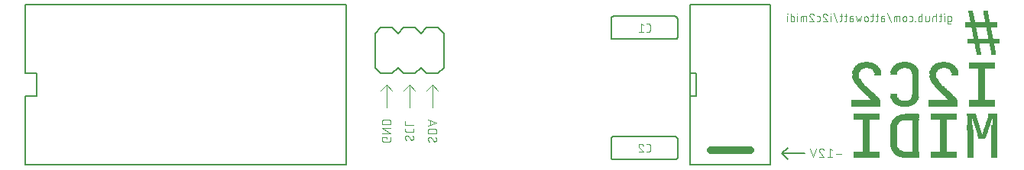
<source format=gbo>
G04 EAGLE Gerber RS-274X export*
G75*
%MOMM*%
%FSLAX34Y34*%
%LPD*%
%INSilkscreen Bottom*%
%IPPOS*%
%AMOC8*
5,1,8,0,0,1.08239X$1,22.5*%
G01*
%ADD10C,0.076200*%
%ADD11R,2.870200X0.025400*%
%ADD12R,1.498600X0.025400*%
%ADD13R,0.711200X0.025400*%
%ADD14R,1.803400X0.025400*%
%ADD15R,1.930400X0.025400*%
%ADD16R,2.032000X0.025400*%
%ADD17R,2.133600X0.025400*%
%ADD18R,2.184400X0.025400*%
%ADD19R,2.260600X0.025400*%
%ADD20R,2.311400X0.025400*%
%ADD21R,2.362200X0.025400*%
%ADD22R,2.413000X0.025400*%
%ADD23R,2.463800X0.025400*%
%ADD24R,2.489200X0.025400*%
%ADD25R,2.540000X0.025400*%
%ADD26R,2.565400X0.025400*%
%ADD27R,2.590800X0.025400*%
%ADD28R,2.641600X0.025400*%
%ADD29R,2.667000X0.025400*%
%ADD30R,2.692400X0.025400*%
%ADD31R,2.717800X0.025400*%
%ADD32R,2.743200X0.025400*%
%ADD33R,2.768600X0.025400*%
%ADD34R,2.794000X0.025400*%
%ADD35R,2.819400X0.025400*%
%ADD36R,2.844800X0.025400*%
%ADD37R,0.762000X0.025400*%
%ADD38R,1.244600X0.025400*%
%ADD39R,0.736600X0.025400*%
%ADD40R,1.117600X0.025400*%
%ADD41R,1.041400X0.025400*%
%ADD42R,1.016000X0.025400*%
%ADD43R,0.965200X0.025400*%
%ADD44R,0.939800X0.025400*%
%ADD45R,0.889000X0.025400*%
%ADD46R,0.863600X0.025400*%
%ADD47R,0.838200X0.025400*%
%ADD48R,0.812800X0.025400*%
%ADD49R,0.787400X0.025400*%
%ADD50R,0.685800X0.025400*%
%ADD51R,0.914400X0.025400*%
%ADD52R,0.990600X0.025400*%
%ADD53R,0.660400X0.025400*%
%ADD54R,0.482600X0.025400*%
%ADD55R,0.508000X0.025400*%
%ADD56R,0.533400X0.025400*%
%ADD57R,0.635000X0.025400*%
%ADD58R,0.609600X0.025400*%
%ADD59R,0.584200X0.025400*%
%ADD60R,0.558800X0.025400*%
%ADD61R,1.219200X0.025400*%
%ADD62R,2.616200X0.025400*%
%ADD63R,1.066800X0.025400*%
%ADD64R,2.209800X0.025400*%
%ADD65R,2.057400X0.025400*%
%ADD66R,1.955800X0.025400*%
%ADD67R,1.828800X0.025400*%
%ADD68R,1.574800X0.025400*%
%ADD69R,3.149600X0.025400*%
%ADD70R,1.092200X0.025400*%
%ADD71R,1.270000X0.025400*%
%ADD72R,1.422400X0.025400*%
%ADD73R,1.549400X0.025400*%
%ADD74R,1.676400X0.025400*%
%ADD75R,1.778000X0.025400*%
%ADD76R,1.854200X0.025400*%
%ADD77R,2.082800X0.025400*%
%ADD78R,2.235200X0.025400*%
%ADD79R,2.286000X0.025400*%
%ADD80R,2.336800X0.025400*%
%ADD81R,2.387600X0.025400*%
%ADD82R,2.438400X0.025400*%
%ADD83R,1.168400X0.025400*%
%ADD84R,1.193800X0.025400*%
%ADD85R,1.143000X0.025400*%
%ADD86R,2.514600X0.025400*%
%ADD87R,2.108200X0.025400*%
%ADD88R,1.879600X0.025400*%
%ADD89R,1.295400X0.025400*%
%ADD90R,3.581400X0.025400*%
%ADD91C,0.101600*%
%ADD92C,0.152400*%
%ADD93C,0.203200*%
%ADD94C,0.812800*%


D10*
X1028291Y165862D02*
X1030690Y165862D01*
X1030765Y165864D01*
X1030840Y165870D01*
X1030915Y165880D01*
X1030989Y165893D01*
X1031062Y165911D01*
X1031135Y165932D01*
X1031206Y165958D01*
X1031275Y165986D01*
X1031343Y166019D01*
X1031410Y166055D01*
X1031474Y166094D01*
X1031536Y166137D01*
X1031596Y166183D01*
X1031653Y166232D01*
X1031708Y166283D01*
X1031759Y166338D01*
X1031808Y166395D01*
X1031854Y166455D01*
X1031897Y166517D01*
X1031936Y166582D01*
X1031972Y166648D01*
X1032005Y166716D01*
X1032033Y166785D01*
X1032059Y166856D01*
X1032080Y166929D01*
X1032098Y167002D01*
X1032111Y167076D01*
X1032121Y167151D01*
X1032127Y167226D01*
X1032129Y167301D01*
X1032129Y170180D01*
X1032127Y170255D01*
X1032121Y170330D01*
X1032111Y170405D01*
X1032098Y170479D01*
X1032080Y170552D01*
X1032059Y170625D01*
X1032033Y170696D01*
X1032005Y170765D01*
X1031972Y170833D01*
X1031936Y170900D01*
X1031897Y170964D01*
X1031854Y171026D01*
X1031808Y171086D01*
X1031759Y171143D01*
X1031708Y171198D01*
X1031653Y171249D01*
X1031596Y171298D01*
X1031536Y171344D01*
X1031474Y171387D01*
X1031410Y171426D01*
X1031343Y171462D01*
X1031275Y171495D01*
X1031206Y171523D01*
X1031135Y171549D01*
X1031062Y171570D01*
X1030989Y171588D01*
X1030915Y171601D01*
X1030840Y171611D01*
X1030765Y171617D01*
X1030690Y171619D01*
X1028291Y171619D01*
X1028291Y164423D01*
X1028293Y164348D01*
X1028299Y164273D01*
X1028309Y164198D01*
X1028322Y164124D01*
X1028340Y164051D01*
X1028361Y163978D01*
X1028387Y163907D01*
X1028415Y163838D01*
X1028448Y163770D01*
X1028484Y163704D01*
X1028523Y163639D01*
X1028566Y163577D01*
X1028612Y163517D01*
X1028661Y163460D01*
X1028712Y163405D01*
X1028767Y163354D01*
X1028824Y163305D01*
X1028884Y163259D01*
X1028946Y163216D01*
X1029011Y163177D01*
X1029077Y163141D01*
X1029145Y163108D01*
X1029214Y163080D01*
X1029285Y163054D01*
X1029358Y163033D01*
X1029431Y163015D01*
X1029505Y163002D01*
X1029580Y162992D01*
X1029655Y162986D01*
X1029730Y162984D01*
X1029730Y162983D02*
X1031649Y162983D01*
X1024527Y165862D02*
X1024527Y171619D01*
X1024767Y174018D02*
X1024767Y174498D01*
X1024287Y174498D01*
X1024287Y174018D01*
X1024767Y174018D01*
X1021806Y171619D02*
X1018928Y171619D01*
X1020847Y174498D02*
X1020847Y167301D01*
X1020846Y167301D02*
X1020844Y167226D01*
X1020838Y167151D01*
X1020828Y167076D01*
X1020815Y167002D01*
X1020797Y166929D01*
X1020776Y166856D01*
X1020750Y166785D01*
X1020722Y166716D01*
X1020689Y166648D01*
X1020653Y166582D01*
X1020614Y166517D01*
X1020571Y166455D01*
X1020525Y166395D01*
X1020476Y166338D01*
X1020425Y166283D01*
X1020370Y166232D01*
X1020313Y166183D01*
X1020253Y166137D01*
X1020191Y166094D01*
X1020127Y166055D01*
X1020060Y166019D01*
X1019992Y165986D01*
X1019923Y165958D01*
X1019852Y165932D01*
X1019779Y165911D01*
X1019706Y165893D01*
X1019632Y165880D01*
X1019557Y165870D01*
X1019482Y165864D01*
X1019407Y165862D01*
X1018928Y165862D01*
X1015451Y165862D02*
X1015451Y174498D01*
X1015451Y171619D02*
X1013052Y171619D01*
X1012977Y171617D01*
X1012902Y171611D01*
X1012827Y171601D01*
X1012753Y171588D01*
X1012680Y171570D01*
X1012607Y171549D01*
X1012536Y171523D01*
X1012467Y171495D01*
X1012399Y171462D01*
X1012333Y171426D01*
X1012268Y171387D01*
X1012206Y171344D01*
X1012146Y171298D01*
X1012089Y171249D01*
X1012034Y171198D01*
X1011983Y171143D01*
X1011934Y171086D01*
X1011888Y171026D01*
X1011845Y170964D01*
X1011806Y170900D01*
X1011770Y170833D01*
X1011737Y170765D01*
X1011709Y170696D01*
X1011683Y170625D01*
X1011662Y170552D01*
X1011644Y170479D01*
X1011631Y170405D01*
X1011621Y170330D01*
X1011615Y170255D01*
X1011613Y170180D01*
X1011613Y165862D01*
X1007556Y167301D02*
X1007556Y171619D01*
X1007556Y167301D02*
X1007554Y167226D01*
X1007548Y167151D01*
X1007538Y167076D01*
X1007525Y167002D01*
X1007507Y166929D01*
X1007486Y166856D01*
X1007460Y166785D01*
X1007432Y166716D01*
X1007399Y166648D01*
X1007363Y166582D01*
X1007324Y166517D01*
X1007281Y166455D01*
X1007235Y166395D01*
X1007186Y166338D01*
X1007135Y166283D01*
X1007080Y166232D01*
X1007023Y166183D01*
X1006963Y166137D01*
X1006901Y166094D01*
X1006837Y166055D01*
X1006770Y166019D01*
X1006702Y165986D01*
X1006633Y165958D01*
X1006562Y165932D01*
X1006489Y165911D01*
X1006416Y165893D01*
X1006342Y165880D01*
X1006267Y165870D01*
X1006192Y165864D01*
X1006117Y165862D01*
X1003718Y165862D01*
X1003718Y171619D01*
X999618Y174498D02*
X999618Y165862D01*
X997219Y165862D01*
X997144Y165864D01*
X997069Y165870D01*
X996994Y165880D01*
X996920Y165893D01*
X996847Y165911D01*
X996774Y165932D01*
X996703Y165958D01*
X996634Y165986D01*
X996566Y166019D01*
X996500Y166055D01*
X996435Y166094D01*
X996373Y166137D01*
X996313Y166183D01*
X996256Y166232D01*
X996201Y166283D01*
X996150Y166338D01*
X996101Y166395D01*
X996055Y166455D01*
X996012Y166517D01*
X995973Y166581D01*
X995937Y166648D01*
X995904Y166716D01*
X995876Y166785D01*
X995850Y166856D01*
X995829Y166929D01*
X995811Y167002D01*
X995798Y167076D01*
X995788Y167151D01*
X995782Y167226D01*
X995780Y167301D01*
X995780Y170180D01*
X995782Y170253D01*
X995787Y170326D01*
X995797Y170398D01*
X995809Y170470D01*
X995826Y170541D01*
X995846Y170611D01*
X995870Y170680D01*
X995897Y170747D01*
X995927Y170814D01*
X995961Y170878D01*
X995998Y170941D01*
X996038Y171002D01*
X996081Y171061D01*
X996127Y171117D01*
X996176Y171171D01*
X996228Y171223D01*
X996282Y171272D01*
X996338Y171318D01*
X996397Y171361D01*
X996458Y171401D01*
X996521Y171438D01*
X996585Y171472D01*
X996652Y171502D01*
X996719Y171529D01*
X996788Y171553D01*
X996858Y171573D01*
X996929Y171590D01*
X997001Y171602D01*
X997073Y171612D01*
X997146Y171617D01*
X997219Y171619D01*
X999618Y171619D01*
X992626Y166342D02*
X992626Y165862D01*
X992626Y166342D02*
X992146Y166342D01*
X992146Y165862D01*
X992626Y165862D01*
X987499Y165862D02*
X985580Y165862D01*
X987499Y165862D02*
X987574Y165864D01*
X987649Y165870D01*
X987724Y165880D01*
X987798Y165893D01*
X987871Y165911D01*
X987944Y165932D01*
X988015Y165958D01*
X988084Y165986D01*
X988152Y166019D01*
X988219Y166055D01*
X988283Y166094D01*
X988345Y166137D01*
X988405Y166183D01*
X988462Y166232D01*
X988517Y166283D01*
X988568Y166338D01*
X988617Y166395D01*
X988663Y166455D01*
X988706Y166517D01*
X988745Y166582D01*
X988781Y166648D01*
X988814Y166716D01*
X988842Y166785D01*
X988868Y166856D01*
X988889Y166929D01*
X988907Y167002D01*
X988920Y167076D01*
X988930Y167151D01*
X988936Y167226D01*
X988938Y167301D01*
X988939Y167301D02*
X988939Y170180D01*
X988938Y170180D02*
X988936Y170255D01*
X988930Y170330D01*
X988920Y170405D01*
X988907Y170479D01*
X988889Y170552D01*
X988868Y170625D01*
X988842Y170696D01*
X988814Y170765D01*
X988781Y170833D01*
X988745Y170900D01*
X988706Y170964D01*
X988663Y171026D01*
X988617Y171086D01*
X988568Y171143D01*
X988517Y171198D01*
X988462Y171249D01*
X988405Y171298D01*
X988345Y171344D01*
X988283Y171387D01*
X988219Y171426D01*
X988152Y171462D01*
X988084Y171495D01*
X988015Y171523D01*
X987944Y171549D01*
X987871Y171570D01*
X987798Y171588D01*
X987724Y171601D01*
X987649Y171611D01*
X987574Y171617D01*
X987499Y171619D01*
X985580Y171619D01*
X982464Y169700D02*
X982464Y167781D01*
X982464Y169700D02*
X982462Y169786D01*
X982456Y169872D01*
X982447Y169958D01*
X982433Y170043D01*
X982416Y170127D01*
X982395Y170211D01*
X982370Y170293D01*
X982342Y170374D01*
X982310Y170454D01*
X982274Y170533D01*
X982235Y170609D01*
X982192Y170684D01*
X982147Y170757D01*
X982098Y170828D01*
X982045Y170896D01*
X981990Y170963D01*
X981932Y171026D01*
X981871Y171087D01*
X981808Y171145D01*
X981741Y171200D01*
X981673Y171253D01*
X981602Y171302D01*
X981529Y171347D01*
X981454Y171390D01*
X981378Y171429D01*
X981299Y171465D01*
X981219Y171497D01*
X981138Y171525D01*
X981056Y171550D01*
X980972Y171571D01*
X980888Y171588D01*
X980803Y171602D01*
X980717Y171611D01*
X980631Y171617D01*
X980545Y171619D01*
X980459Y171617D01*
X980373Y171611D01*
X980287Y171602D01*
X980202Y171588D01*
X980118Y171571D01*
X980034Y171550D01*
X979952Y171525D01*
X979871Y171497D01*
X979791Y171465D01*
X979712Y171429D01*
X979636Y171390D01*
X979561Y171347D01*
X979488Y171302D01*
X979417Y171253D01*
X979349Y171200D01*
X979282Y171145D01*
X979219Y171087D01*
X979158Y171026D01*
X979100Y170963D01*
X979045Y170896D01*
X978992Y170828D01*
X978943Y170757D01*
X978898Y170684D01*
X978855Y170609D01*
X978816Y170533D01*
X978780Y170454D01*
X978748Y170374D01*
X978720Y170293D01*
X978695Y170211D01*
X978674Y170127D01*
X978657Y170043D01*
X978643Y169958D01*
X978634Y169872D01*
X978628Y169786D01*
X978626Y169700D01*
X978626Y167781D01*
X978628Y167695D01*
X978634Y167609D01*
X978643Y167523D01*
X978657Y167438D01*
X978674Y167354D01*
X978695Y167270D01*
X978720Y167188D01*
X978748Y167107D01*
X978780Y167027D01*
X978816Y166948D01*
X978855Y166872D01*
X978898Y166797D01*
X978943Y166724D01*
X978992Y166653D01*
X979045Y166585D01*
X979100Y166518D01*
X979158Y166455D01*
X979219Y166394D01*
X979282Y166336D01*
X979349Y166281D01*
X979417Y166228D01*
X979488Y166179D01*
X979561Y166134D01*
X979636Y166091D01*
X979712Y166052D01*
X979791Y166016D01*
X979871Y165984D01*
X979952Y165956D01*
X980034Y165931D01*
X980118Y165910D01*
X980202Y165893D01*
X980287Y165879D01*
X980373Y165870D01*
X980459Y165864D01*
X980545Y165862D01*
X980631Y165864D01*
X980717Y165870D01*
X980803Y165879D01*
X980888Y165893D01*
X980972Y165910D01*
X981056Y165931D01*
X981138Y165956D01*
X981219Y165984D01*
X981299Y166016D01*
X981378Y166052D01*
X981454Y166091D01*
X981529Y166134D01*
X981602Y166179D01*
X981673Y166228D01*
X981741Y166281D01*
X981808Y166336D01*
X981871Y166394D01*
X981932Y166455D01*
X981990Y166518D01*
X982045Y166585D01*
X982098Y166653D01*
X982147Y166724D01*
X982192Y166797D01*
X982235Y166872D01*
X982274Y166948D01*
X982310Y167027D01*
X982342Y167107D01*
X982370Y167188D01*
X982395Y167270D01*
X982416Y167354D01*
X982433Y167438D01*
X982447Y167523D01*
X982456Y167609D01*
X982462Y167695D01*
X982464Y167781D01*
X974683Y165862D02*
X974683Y171619D01*
X970365Y171619D01*
X970290Y171617D01*
X970215Y171611D01*
X970140Y171601D01*
X970066Y171588D01*
X969993Y171570D01*
X969920Y171549D01*
X969849Y171523D01*
X969780Y171495D01*
X969712Y171462D01*
X969646Y171426D01*
X969581Y171387D01*
X969519Y171344D01*
X969459Y171298D01*
X969402Y171249D01*
X969347Y171198D01*
X969296Y171143D01*
X969247Y171086D01*
X969201Y171026D01*
X969158Y170964D01*
X969119Y170900D01*
X969083Y170833D01*
X969050Y170765D01*
X969022Y170696D01*
X968996Y170625D01*
X968975Y170552D01*
X968957Y170479D01*
X968944Y170405D01*
X968934Y170330D01*
X968928Y170255D01*
X968926Y170180D01*
X968926Y165862D01*
X971805Y165862D02*
X971805Y171619D01*
X965266Y164902D02*
X961427Y175458D01*
X956582Y169220D02*
X954423Y169220D01*
X956582Y169220D02*
X956663Y169218D01*
X956744Y169212D01*
X956825Y169202D01*
X956905Y169189D01*
X956984Y169171D01*
X957062Y169150D01*
X957139Y169125D01*
X957215Y169096D01*
X957290Y169064D01*
X957362Y169028D01*
X957433Y168988D01*
X957502Y168945D01*
X957569Y168899D01*
X957633Y168850D01*
X957695Y168798D01*
X957755Y168742D01*
X957811Y168684D01*
X957865Y168624D01*
X957916Y168560D01*
X957964Y168495D01*
X958008Y168427D01*
X958049Y168357D01*
X958087Y168285D01*
X958121Y168212D01*
X958152Y168136D01*
X958179Y168060D01*
X958202Y167982D01*
X958221Y167903D01*
X958237Y167824D01*
X958249Y167743D01*
X958257Y167663D01*
X958261Y167582D01*
X958261Y167500D01*
X958257Y167419D01*
X958249Y167339D01*
X958237Y167258D01*
X958221Y167179D01*
X958202Y167100D01*
X958179Y167022D01*
X958152Y166946D01*
X958121Y166870D01*
X958087Y166797D01*
X958049Y166725D01*
X958008Y166655D01*
X957964Y166587D01*
X957916Y166522D01*
X957865Y166458D01*
X957811Y166398D01*
X957755Y166340D01*
X957695Y166284D01*
X957633Y166232D01*
X957569Y166183D01*
X957502Y166137D01*
X957433Y166094D01*
X957362Y166054D01*
X957290Y166018D01*
X957215Y165986D01*
X957139Y165957D01*
X957062Y165932D01*
X956984Y165911D01*
X956905Y165893D01*
X956825Y165880D01*
X956744Y165870D01*
X956663Y165864D01*
X956582Y165862D01*
X954423Y165862D01*
X954423Y170180D01*
X954425Y170253D01*
X954430Y170326D01*
X954440Y170398D01*
X954452Y170470D01*
X954469Y170541D01*
X954489Y170611D01*
X954513Y170680D01*
X954540Y170747D01*
X954570Y170814D01*
X954604Y170878D01*
X954641Y170941D01*
X954681Y171002D01*
X954724Y171061D01*
X954770Y171117D01*
X954819Y171171D01*
X954871Y171223D01*
X954925Y171272D01*
X954981Y171318D01*
X955040Y171361D01*
X955101Y171401D01*
X955164Y171438D01*
X955228Y171472D01*
X955295Y171502D01*
X955362Y171529D01*
X955431Y171553D01*
X955501Y171573D01*
X955572Y171590D01*
X955644Y171602D01*
X955716Y171612D01*
X955789Y171617D01*
X955862Y171619D01*
X957781Y171619D01*
X951322Y171619D02*
X948443Y171619D01*
X950362Y174498D02*
X950362Y167301D01*
X950360Y167226D01*
X950354Y167151D01*
X950344Y167076D01*
X950331Y167002D01*
X950313Y166929D01*
X950292Y166856D01*
X950266Y166785D01*
X950238Y166716D01*
X950205Y166648D01*
X950169Y166582D01*
X950130Y166517D01*
X950087Y166455D01*
X950041Y166395D01*
X949992Y166338D01*
X949941Y166283D01*
X949886Y166232D01*
X949829Y166183D01*
X949769Y166137D01*
X949707Y166094D01*
X949643Y166055D01*
X949576Y166019D01*
X949508Y165986D01*
X949439Y165958D01*
X949368Y165932D01*
X949295Y165911D01*
X949222Y165893D01*
X949148Y165880D01*
X949073Y165870D01*
X948998Y165864D01*
X948923Y165862D01*
X948443Y165862D01*
X945965Y171619D02*
X943086Y171619D01*
X945005Y174498D02*
X945005Y167301D01*
X945003Y167226D01*
X944997Y167151D01*
X944987Y167076D01*
X944974Y167002D01*
X944956Y166929D01*
X944935Y166856D01*
X944909Y166785D01*
X944881Y166716D01*
X944848Y166648D01*
X944812Y166582D01*
X944773Y166517D01*
X944730Y166455D01*
X944684Y166395D01*
X944635Y166338D01*
X944584Y166283D01*
X944529Y166232D01*
X944472Y166183D01*
X944412Y166137D01*
X944350Y166094D01*
X944286Y166055D01*
X944219Y166019D01*
X944151Y165986D01*
X944082Y165958D01*
X944011Y165932D01*
X943938Y165911D01*
X943865Y165893D01*
X943791Y165880D01*
X943716Y165870D01*
X943641Y165864D01*
X943566Y165862D01*
X943086Y165862D01*
X939891Y167781D02*
X939891Y169700D01*
X939889Y169786D01*
X939883Y169872D01*
X939874Y169958D01*
X939860Y170043D01*
X939843Y170127D01*
X939822Y170211D01*
X939797Y170293D01*
X939769Y170374D01*
X939737Y170454D01*
X939701Y170533D01*
X939662Y170609D01*
X939619Y170684D01*
X939574Y170757D01*
X939525Y170828D01*
X939472Y170896D01*
X939417Y170963D01*
X939359Y171026D01*
X939298Y171087D01*
X939235Y171145D01*
X939168Y171200D01*
X939100Y171253D01*
X939029Y171302D01*
X938956Y171347D01*
X938881Y171390D01*
X938805Y171429D01*
X938726Y171465D01*
X938646Y171497D01*
X938565Y171525D01*
X938483Y171550D01*
X938399Y171571D01*
X938315Y171588D01*
X938230Y171602D01*
X938144Y171611D01*
X938058Y171617D01*
X937972Y171619D01*
X937886Y171617D01*
X937800Y171611D01*
X937714Y171602D01*
X937629Y171588D01*
X937545Y171571D01*
X937461Y171550D01*
X937379Y171525D01*
X937298Y171497D01*
X937218Y171465D01*
X937139Y171429D01*
X937063Y171390D01*
X936988Y171347D01*
X936915Y171302D01*
X936844Y171253D01*
X936776Y171200D01*
X936709Y171145D01*
X936646Y171087D01*
X936585Y171026D01*
X936527Y170963D01*
X936472Y170896D01*
X936419Y170828D01*
X936370Y170757D01*
X936325Y170684D01*
X936282Y170609D01*
X936243Y170533D01*
X936207Y170454D01*
X936175Y170374D01*
X936147Y170293D01*
X936122Y170211D01*
X936101Y170127D01*
X936084Y170043D01*
X936070Y169958D01*
X936061Y169872D01*
X936055Y169786D01*
X936053Y169700D01*
X936053Y167781D01*
X936055Y167695D01*
X936061Y167609D01*
X936070Y167523D01*
X936084Y167438D01*
X936101Y167354D01*
X936122Y167270D01*
X936147Y167188D01*
X936175Y167107D01*
X936207Y167027D01*
X936243Y166948D01*
X936282Y166872D01*
X936325Y166797D01*
X936370Y166724D01*
X936419Y166653D01*
X936472Y166585D01*
X936527Y166518D01*
X936585Y166455D01*
X936646Y166394D01*
X936709Y166336D01*
X936776Y166281D01*
X936844Y166228D01*
X936915Y166179D01*
X936988Y166134D01*
X937063Y166091D01*
X937139Y166052D01*
X937218Y166016D01*
X937298Y165984D01*
X937379Y165956D01*
X937461Y165931D01*
X937545Y165910D01*
X937629Y165893D01*
X937714Y165879D01*
X937800Y165870D01*
X937886Y165864D01*
X937972Y165862D01*
X938058Y165864D01*
X938144Y165870D01*
X938230Y165879D01*
X938315Y165893D01*
X938399Y165910D01*
X938483Y165931D01*
X938565Y165956D01*
X938646Y165984D01*
X938726Y166016D01*
X938805Y166052D01*
X938881Y166091D01*
X938956Y166134D01*
X939029Y166179D01*
X939100Y166228D01*
X939168Y166281D01*
X939235Y166336D01*
X939298Y166394D01*
X939359Y166455D01*
X939417Y166518D01*
X939472Y166585D01*
X939525Y166653D01*
X939574Y166724D01*
X939619Y166797D01*
X939662Y166872D01*
X939701Y166948D01*
X939737Y167027D01*
X939769Y167107D01*
X939797Y167188D01*
X939822Y167270D01*
X939843Y167354D01*
X939860Y167438D01*
X939874Y167523D01*
X939883Y167609D01*
X939889Y167695D01*
X939891Y167781D01*
X932674Y171619D02*
X931235Y165862D01*
X929796Y169700D01*
X928356Y165862D01*
X926917Y171619D01*
X921903Y169220D02*
X919744Y169220D01*
X921903Y169220D02*
X921984Y169218D01*
X922065Y169212D01*
X922146Y169202D01*
X922226Y169189D01*
X922305Y169171D01*
X922383Y169150D01*
X922460Y169125D01*
X922536Y169096D01*
X922611Y169064D01*
X922683Y169028D01*
X922754Y168988D01*
X922823Y168945D01*
X922890Y168899D01*
X922954Y168850D01*
X923016Y168798D01*
X923076Y168742D01*
X923132Y168684D01*
X923186Y168624D01*
X923237Y168560D01*
X923285Y168495D01*
X923329Y168427D01*
X923370Y168357D01*
X923408Y168285D01*
X923442Y168212D01*
X923473Y168136D01*
X923500Y168060D01*
X923523Y167982D01*
X923542Y167903D01*
X923558Y167824D01*
X923570Y167743D01*
X923578Y167663D01*
X923582Y167582D01*
X923582Y167500D01*
X923578Y167419D01*
X923570Y167339D01*
X923558Y167258D01*
X923542Y167179D01*
X923523Y167100D01*
X923500Y167022D01*
X923473Y166946D01*
X923442Y166870D01*
X923408Y166797D01*
X923370Y166725D01*
X923329Y166655D01*
X923285Y166587D01*
X923237Y166522D01*
X923186Y166458D01*
X923132Y166398D01*
X923076Y166340D01*
X923016Y166284D01*
X922954Y166232D01*
X922890Y166183D01*
X922823Y166137D01*
X922754Y166094D01*
X922683Y166054D01*
X922611Y166018D01*
X922536Y165986D01*
X922460Y165957D01*
X922383Y165932D01*
X922305Y165911D01*
X922226Y165893D01*
X922146Y165880D01*
X922065Y165870D01*
X921984Y165864D01*
X921903Y165862D01*
X919744Y165862D01*
X919744Y170180D01*
X919745Y170180D02*
X919747Y170253D01*
X919752Y170326D01*
X919762Y170398D01*
X919774Y170470D01*
X919791Y170541D01*
X919811Y170611D01*
X919835Y170680D01*
X919862Y170747D01*
X919892Y170814D01*
X919926Y170878D01*
X919963Y170941D01*
X920003Y171002D01*
X920046Y171061D01*
X920092Y171117D01*
X920141Y171171D01*
X920193Y171223D01*
X920247Y171272D01*
X920303Y171318D01*
X920362Y171361D01*
X920423Y171401D01*
X920486Y171438D01*
X920550Y171472D01*
X920617Y171502D01*
X920684Y171529D01*
X920753Y171553D01*
X920823Y171573D01*
X920894Y171590D01*
X920966Y171602D01*
X921038Y171612D01*
X921111Y171617D01*
X921184Y171619D01*
X923103Y171619D01*
X916643Y171619D02*
X913764Y171619D01*
X915684Y174498D02*
X915684Y167301D01*
X915683Y167301D02*
X915681Y167226D01*
X915675Y167151D01*
X915665Y167076D01*
X915652Y167002D01*
X915634Y166929D01*
X915613Y166856D01*
X915587Y166785D01*
X915559Y166716D01*
X915526Y166648D01*
X915490Y166582D01*
X915451Y166517D01*
X915408Y166455D01*
X915362Y166395D01*
X915313Y166338D01*
X915262Y166283D01*
X915207Y166232D01*
X915150Y166183D01*
X915090Y166137D01*
X915028Y166094D01*
X914964Y166055D01*
X914897Y166019D01*
X914829Y165986D01*
X914760Y165958D01*
X914689Y165932D01*
X914616Y165911D01*
X914543Y165893D01*
X914469Y165880D01*
X914394Y165870D01*
X914319Y165864D01*
X914244Y165862D01*
X913764Y165862D01*
X911286Y171619D02*
X908408Y171619D01*
X910327Y174498D02*
X910327Y167301D01*
X910326Y167301D02*
X910324Y167226D01*
X910318Y167151D01*
X910308Y167076D01*
X910295Y167002D01*
X910277Y166929D01*
X910256Y166856D01*
X910230Y166785D01*
X910202Y166716D01*
X910169Y166648D01*
X910133Y166582D01*
X910094Y166517D01*
X910051Y166455D01*
X910005Y166395D01*
X909956Y166338D01*
X909905Y166283D01*
X909850Y166232D01*
X909793Y166183D01*
X909733Y166137D01*
X909671Y166094D01*
X909607Y166055D01*
X909540Y166019D01*
X909472Y165986D01*
X909403Y165958D01*
X909332Y165932D01*
X909259Y165911D01*
X909186Y165893D01*
X909112Y165880D01*
X909037Y165870D01*
X908962Y165864D01*
X908887Y165862D01*
X908408Y165862D01*
X905495Y164902D02*
X901656Y175458D01*
X898501Y171619D02*
X898501Y165862D01*
X898740Y174018D02*
X898740Y174498D01*
X898261Y174498D01*
X898261Y174018D01*
X898740Y174018D01*
X892340Y174498D02*
X892248Y174496D01*
X892157Y174490D01*
X892066Y174481D01*
X891975Y174467D01*
X891885Y174450D01*
X891796Y174428D01*
X891708Y174403D01*
X891621Y174375D01*
X891535Y174342D01*
X891451Y174306D01*
X891368Y174267D01*
X891287Y174224D01*
X891208Y174177D01*
X891131Y174128D01*
X891056Y174075D01*
X890984Y174019D01*
X890914Y173960D01*
X890846Y173898D01*
X890781Y173833D01*
X890719Y173765D01*
X890660Y173695D01*
X890604Y173623D01*
X890551Y173548D01*
X890502Y173471D01*
X890455Y173392D01*
X890412Y173311D01*
X890373Y173228D01*
X890337Y173144D01*
X890304Y173058D01*
X890276Y172971D01*
X890251Y172883D01*
X890229Y172794D01*
X890212Y172704D01*
X890198Y172613D01*
X890189Y172522D01*
X890183Y172431D01*
X890181Y172339D01*
X892340Y174498D02*
X892443Y174496D01*
X892545Y174490D01*
X892647Y174481D01*
X892749Y174468D01*
X892850Y174451D01*
X892951Y174430D01*
X893050Y174406D01*
X893149Y174377D01*
X893246Y174346D01*
X893343Y174310D01*
X893438Y174272D01*
X893531Y174229D01*
X893623Y174183D01*
X893713Y174134D01*
X893801Y174082D01*
X893888Y174026D01*
X893972Y173967D01*
X894053Y173906D01*
X894133Y173841D01*
X894210Y173773D01*
X894285Y173702D01*
X894356Y173629D01*
X894425Y173553D01*
X894492Y173475D01*
X894555Y173394D01*
X894615Y173311D01*
X894672Y173226D01*
X894726Y173139D01*
X894777Y173049D01*
X894824Y172958D01*
X894868Y172866D01*
X894909Y172771D01*
X894946Y172676D01*
X894979Y172579D01*
X890901Y170660D02*
X890834Y170726D01*
X890770Y170795D01*
X890709Y170866D01*
X890651Y170940D01*
X890596Y171016D01*
X890544Y171094D01*
X890495Y171174D01*
X890449Y171256D01*
X890407Y171340D01*
X890368Y171426D01*
X890333Y171513D01*
X890302Y171601D01*
X890274Y171691D01*
X890249Y171781D01*
X890228Y171873D01*
X890211Y171965D01*
X890198Y172058D01*
X890189Y172151D01*
X890183Y172245D01*
X890181Y172339D01*
X890901Y170660D02*
X894979Y165862D01*
X890181Y165862D01*
X885155Y165862D02*
X883236Y165862D01*
X885155Y165862D02*
X885230Y165864D01*
X885305Y165870D01*
X885380Y165880D01*
X885454Y165893D01*
X885527Y165911D01*
X885600Y165932D01*
X885671Y165958D01*
X885740Y165986D01*
X885808Y166019D01*
X885875Y166055D01*
X885939Y166094D01*
X886001Y166137D01*
X886061Y166183D01*
X886118Y166232D01*
X886173Y166283D01*
X886224Y166338D01*
X886273Y166395D01*
X886319Y166455D01*
X886362Y166517D01*
X886401Y166582D01*
X886437Y166648D01*
X886470Y166716D01*
X886498Y166785D01*
X886524Y166856D01*
X886545Y166929D01*
X886563Y167002D01*
X886576Y167076D01*
X886586Y167151D01*
X886592Y167226D01*
X886594Y167301D01*
X886595Y167301D02*
X886595Y170180D01*
X886594Y170180D02*
X886592Y170255D01*
X886586Y170330D01*
X886576Y170405D01*
X886563Y170479D01*
X886545Y170552D01*
X886524Y170625D01*
X886498Y170696D01*
X886470Y170765D01*
X886437Y170833D01*
X886401Y170900D01*
X886362Y170964D01*
X886319Y171026D01*
X886273Y171086D01*
X886224Y171143D01*
X886173Y171198D01*
X886118Y171249D01*
X886061Y171298D01*
X886001Y171344D01*
X885939Y171387D01*
X885875Y171426D01*
X885808Y171462D01*
X885740Y171495D01*
X885671Y171523D01*
X885600Y171549D01*
X885527Y171570D01*
X885454Y171588D01*
X885380Y171601D01*
X885305Y171611D01*
X885230Y171617D01*
X885155Y171619D01*
X883236Y171619D01*
X877397Y174498D02*
X877305Y174496D01*
X877214Y174490D01*
X877123Y174481D01*
X877032Y174467D01*
X876942Y174450D01*
X876853Y174428D01*
X876765Y174403D01*
X876678Y174375D01*
X876592Y174342D01*
X876508Y174306D01*
X876425Y174267D01*
X876344Y174224D01*
X876265Y174177D01*
X876188Y174128D01*
X876113Y174075D01*
X876041Y174019D01*
X875971Y173960D01*
X875903Y173898D01*
X875838Y173833D01*
X875776Y173765D01*
X875717Y173695D01*
X875661Y173623D01*
X875608Y173548D01*
X875559Y173471D01*
X875512Y173392D01*
X875469Y173311D01*
X875430Y173228D01*
X875394Y173144D01*
X875361Y173058D01*
X875333Y172971D01*
X875308Y172883D01*
X875286Y172794D01*
X875269Y172704D01*
X875255Y172613D01*
X875246Y172522D01*
X875240Y172431D01*
X875238Y172339D01*
X877397Y174498D02*
X877500Y174496D01*
X877602Y174490D01*
X877704Y174481D01*
X877806Y174468D01*
X877907Y174451D01*
X878008Y174430D01*
X878107Y174406D01*
X878206Y174377D01*
X878303Y174346D01*
X878400Y174310D01*
X878495Y174272D01*
X878588Y174229D01*
X878680Y174183D01*
X878770Y174134D01*
X878858Y174082D01*
X878945Y174026D01*
X879029Y173967D01*
X879110Y173906D01*
X879190Y173841D01*
X879267Y173773D01*
X879342Y173702D01*
X879413Y173629D01*
X879482Y173553D01*
X879549Y173475D01*
X879612Y173394D01*
X879672Y173311D01*
X879729Y173226D01*
X879783Y173139D01*
X879834Y173049D01*
X879881Y172958D01*
X879925Y172866D01*
X879966Y172771D01*
X880003Y172676D01*
X880036Y172579D01*
X875958Y170660D02*
X875891Y170726D01*
X875827Y170795D01*
X875766Y170866D01*
X875708Y170940D01*
X875653Y171016D01*
X875601Y171094D01*
X875552Y171174D01*
X875506Y171256D01*
X875464Y171340D01*
X875425Y171426D01*
X875390Y171513D01*
X875359Y171601D01*
X875331Y171691D01*
X875306Y171781D01*
X875285Y171873D01*
X875268Y171965D01*
X875255Y172058D01*
X875246Y172151D01*
X875240Y172245D01*
X875238Y172339D01*
X875958Y170660D02*
X880036Y165862D01*
X875238Y165862D01*
X871212Y165862D02*
X871212Y171619D01*
X866894Y171619D01*
X866819Y171617D01*
X866744Y171611D01*
X866669Y171601D01*
X866595Y171588D01*
X866522Y171570D01*
X866449Y171549D01*
X866378Y171523D01*
X866309Y171495D01*
X866241Y171462D01*
X866175Y171426D01*
X866110Y171387D01*
X866048Y171344D01*
X865988Y171298D01*
X865931Y171249D01*
X865876Y171198D01*
X865825Y171143D01*
X865776Y171086D01*
X865730Y171026D01*
X865687Y170964D01*
X865648Y170900D01*
X865612Y170833D01*
X865579Y170765D01*
X865551Y170696D01*
X865525Y170625D01*
X865504Y170552D01*
X865486Y170479D01*
X865473Y170405D01*
X865463Y170330D01*
X865457Y170255D01*
X865455Y170180D01*
X865454Y170180D02*
X865454Y165862D01*
X868333Y165862D02*
X868333Y171619D01*
X861567Y171619D02*
X861567Y165862D01*
X861806Y174018D02*
X861806Y174498D01*
X861327Y174498D01*
X861327Y174018D01*
X861806Y174018D01*
X854335Y174498D02*
X854335Y165862D01*
X856733Y165862D01*
X856808Y165864D01*
X856883Y165870D01*
X856958Y165880D01*
X857032Y165893D01*
X857105Y165911D01*
X857178Y165932D01*
X857249Y165958D01*
X857318Y165986D01*
X857386Y166019D01*
X857453Y166055D01*
X857517Y166094D01*
X857579Y166137D01*
X857639Y166183D01*
X857696Y166232D01*
X857751Y166283D01*
X857802Y166338D01*
X857851Y166395D01*
X857897Y166455D01*
X857940Y166517D01*
X857979Y166582D01*
X858015Y166648D01*
X858048Y166716D01*
X858076Y166785D01*
X858102Y166856D01*
X858123Y166929D01*
X858141Y167002D01*
X858154Y167076D01*
X858164Y167151D01*
X858170Y167226D01*
X858172Y167301D01*
X858173Y167301D02*
X858173Y170180D01*
X858172Y170180D02*
X858170Y170255D01*
X858164Y170330D01*
X858154Y170405D01*
X858141Y170479D01*
X858123Y170552D01*
X858102Y170625D01*
X858076Y170696D01*
X858048Y170765D01*
X858015Y170833D01*
X857979Y170900D01*
X857940Y170964D01*
X857897Y171026D01*
X857851Y171086D01*
X857802Y171143D01*
X857751Y171198D01*
X857696Y171249D01*
X857639Y171298D01*
X857579Y171344D01*
X857517Y171387D01*
X857453Y171426D01*
X857386Y171462D01*
X857318Y171495D01*
X857249Y171523D01*
X857178Y171549D01*
X857105Y171570D01*
X857032Y171588D01*
X856958Y171601D01*
X856883Y171611D01*
X856808Y171617D01*
X856733Y171619D01*
X854335Y171619D01*
X850571Y171619D02*
X850571Y165862D01*
X850811Y174018D02*
X850811Y174498D01*
X850331Y174498D01*
X850331Y174018D01*
X850811Y174018D01*
X406922Y37307D02*
X406922Y35741D01*
X406922Y37307D02*
X401701Y37307D01*
X401701Y34174D01*
X401703Y34085D01*
X401709Y33997D01*
X401718Y33909D01*
X401731Y33821D01*
X401748Y33734D01*
X401768Y33648D01*
X401793Y33563D01*
X401820Y33478D01*
X401852Y33395D01*
X401886Y33314D01*
X401925Y33234D01*
X401966Y33156D01*
X402011Y33079D01*
X402059Y33005D01*
X402110Y32932D01*
X402164Y32862D01*
X402222Y32795D01*
X402282Y32729D01*
X402344Y32667D01*
X402410Y32607D01*
X402477Y32549D01*
X402547Y32495D01*
X402620Y32444D01*
X402694Y32396D01*
X402771Y32351D01*
X402849Y32310D01*
X402929Y32271D01*
X403010Y32237D01*
X403093Y32205D01*
X403178Y32178D01*
X403263Y32153D01*
X403349Y32133D01*
X403436Y32116D01*
X403524Y32103D01*
X403612Y32094D01*
X403700Y32088D01*
X403789Y32086D01*
X409011Y32086D01*
X409102Y32088D01*
X409193Y32094D01*
X409284Y32104D01*
X409374Y32118D01*
X409463Y32135D01*
X409551Y32157D01*
X409639Y32183D01*
X409725Y32212D01*
X409810Y32245D01*
X409893Y32282D01*
X409975Y32322D01*
X410055Y32366D01*
X410133Y32413D01*
X410209Y32464D01*
X410282Y32517D01*
X410353Y32574D01*
X410422Y32635D01*
X410487Y32698D01*
X410550Y32763D01*
X410610Y32832D01*
X410668Y32903D01*
X410721Y32976D01*
X410772Y33052D01*
X410819Y33130D01*
X410863Y33210D01*
X410903Y33292D01*
X410940Y33375D01*
X410973Y33460D01*
X411002Y33546D01*
X411028Y33634D01*
X411050Y33722D01*
X411067Y33811D01*
X411081Y33901D01*
X411091Y33992D01*
X411097Y34083D01*
X411099Y34174D01*
X411099Y37307D01*
X411099Y41839D02*
X401701Y41839D01*
X401701Y47061D02*
X411099Y41839D01*
X411099Y47061D02*
X401701Y47061D01*
X401701Y51593D02*
X411099Y51593D01*
X411099Y54204D01*
X411097Y54304D01*
X411091Y54404D01*
X411082Y54503D01*
X411068Y54603D01*
X411051Y54701D01*
X411030Y54799D01*
X411006Y54896D01*
X410977Y54992D01*
X410945Y55087D01*
X410910Y55180D01*
X410871Y55272D01*
X410828Y55363D01*
X410782Y55451D01*
X410732Y55538D01*
X410680Y55623D01*
X410624Y55706D01*
X410565Y55787D01*
X410502Y55865D01*
X410437Y55941D01*
X410369Y56015D01*
X410299Y56085D01*
X410225Y56153D01*
X410149Y56218D01*
X410071Y56281D01*
X409990Y56340D01*
X409907Y56396D01*
X409822Y56448D01*
X409735Y56498D01*
X409647Y56544D01*
X409556Y56587D01*
X409464Y56626D01*
X409371Y56661D01*
X409276Y56693D01*
X409180Y56722D01*
X409083Y56746D01*
X408985Y56767D01*
X408887Y56784D01*
X408787Y56798D01*
X408688Y56807D01*
X408588Y56813D01*
X408488Y56815D01*
X408488Y56814D02*
X404312Y56814D01*
X404312Y56815D02*
X404212Y56813D01*
X404112Y56807D01*
X404013Y56798D01*
X403913Y56784D01*
X403815Y56767D01*
X403717Y56746D01*
X403620Y56722D01*
X403524Y56693D01*
X403429Y56661D01*
X403336Y56626D01*
X403244Y56587D01*
X403153Y56544D01*
X403065Y56498D01*
X402978Y56448D01*
X402893Y56396D01*
X402810Y56340D01*
X402729Y56281D01*
X402651Y56218D01*
X402575Y56153D01*
X402501Y56085D01*
X402431Y56015D01*
X402363Y55941D01*
X402298Y55865D01*
X402235Y55787D01*
X402176Y55706D01*
X402120Y55623D01*
X402068Y55538D01*
X402018Y55451D01*
X401972Y55363D01*
X401929Y55272D01*
X401890Y55180D01*
X401855Y55087D01*
X401823Y54992D01*
X401794Y54896D01*
X401770Y54799D01*
X401749Y54701D01*
X401732Y54603D01*
X401718Y54503D01*
X401709Y54404D01*
X401703Y54304D01*
X401701Y54204D01*
X401701Y51593D01*
X904198Y19022D02*
X910463Y19022D01*
X900187Y22677D02*
X897577Y24765D01*
X897577Y15367D01*
X900187Y15367D02*
X894966Y15367D01*
X885822Y22416D02*
X885824Y22511D01*
X885830Y22605D01*
X885839Y22699D01*
X885852Y22793D01*
X885869Y22886D01*
X885890Y22978D01*
X885915Y23070D01*
X885943Y23160D01*
X885975Y23249D01*
X886010Y23337D01*
X886049Y23423D01*
X886091Y23508D01*
X886137Y23591D01*
X886186Y23672D01*
X886238Y23751D01*
X886293Y23828D01*
X886352Y23902D01*
X886413Y23974D01*
X886477Y24044D01*
X886544Y24111D01*
X886614Y24175D01*
X886686Y24236D01*
X886760Y24295D01*
X886837Y24350D01*
X886916Y24402D01*
X886997Y24451D01*
X887080Y24497D01*
X887165Y24539D01*
X887251Y24578D01*
X887339Y24613D01*
X887428Y24645D01*
X887518Y24673D01*
X887610Y24698D01*
X887702Y24719D01*
X887795Y24736D01*
X887889Y24749D01*
X887983Y24758D01*
X888077Y24764D01*
X888172Y24766D01*
X888172Y24765D02*
X888280Y24763D01*
X888389Y24757D01*
X888497Y24747D01*
X888604Y24734D01*
X888711Y24716D01*
X888818Y24695D01*
X888923Y24670D01*
X889028Y24641D01*
X889131Y24609D01*
X889233Y24572D01*
X889334Y24532D01*
X889433Y24489D01*
X889531Y24442D01*
X889627Y24391D01*
X889721Y24337D01*
X889813Y24280D01*
X889903Y24219D01*
X889991Y24155D01*
X890076Y24089D01*
X890159Y24019D01*
X890239Y23946D01*
X890317Y23870D01*
X890392Y23792D01*
X890464Y23711D01*
X890533Y23627D01*
X890599Y23541D01*
X890662Y23453D01*
X890721Y23362D01*
X890778Y23270D01*
X890831Y23175D01*
X890880Y23078D01*
X890926Y22980D01*
X890969Y22881D01*
X891008Y22779D01*
X891043Y22677D01*
X886605Y20588D02*
X886536Y20657D01*
X886470Y20728D01*
X886406Y20801D01*
X886345Y20877D01*
X886287Y20956D01*
X886233Y21036D01*
X886181Y21119D01*
X886133Y21203D01*
X886087Y21289D01*
X886046Y21377D01*
X886007Y21467D01*
X885972Y21558D01*
X885941Y21650D01*
X885913Y21743D01*
X885889Y21837D01*
X885869Y21932D01*
X885852Y22028D01*
X885839Y22125D01*
X885830Y22222D01*
X885824Y22319D01*
X885822Y22416D01*
X886605Y20588D02*
X891043Y15367D01*
X885822Y15367D01*
X879289Y15367D02*
X882422Y24765D01*
X876156Y24765D02*
X879289Y15367D01*
X429189Y39192D02*
X429100Y39190D01*
X429012Y39184D01*
X428924Y39175D01*
X428836Y39162D01*
X428749Y39145D01*
X428663Y39125D01*
X428578Y39100D01*
X428493Y39073D01*
X428410Y39041D01*
X428329Y39007D01*
X428249Y38968D01*
X428171Y38927D01*
X428094Y38882D01*
X428020Y38834D01*
X427947Y38783D01*
X427877Y38729D01*
X427810Y38671D01*
X427744Y38611D01*
X427682Y38549D01*
X427622Y38483D01*
X427564Y38416D01*
X427510Y38346D01*
X427459Y38273D01*
X427411Y38199D01*
X427366Y38122D01*
X427325Y38044D01*
X427286Y37964D01*
X427252Y37883D01*
X427220Y37800D01*
X427193Y37715D01*
X427168Y37630D01*
X427148Y37544D01*
X427131Y37457D01*
X427118Y37369D01*
X427109Y37281D01*
X427103Y37193D01*
X427101Y37104D01*
X427103Y36975D01*
X427109Y36846D01*
X427118Y36717D01*
X427131Y36589D01*
X427148Y36461D01*
X427169Y36334D01*
X427193Y36207D01*
X427221Y36081D01*
X427253Y35956D01*
X427288Y35832D01*
X427327Y35709D01*
X427370Y35587D01*
X427416Y35467D01*
X427466Y35348D01*
X427519Y35230D01*
X427575Y35114D01*
X427635Y35000D01*
X427698Y34887D01*
X427765Y34777D01*
X427834Y34668D01*
X427907Y34562D01*
X427983Y34457D01*
X428062Y34355D01*
X428144Y34256D01*
X428228Y34158D01*
X428316Y34063D01*
X428406Y33971D01*
X434411Y34232D02*
X434500Y34234D01*
X434588Y34240D01*
X434676Y34249D01*
X434764Y34262D01*
X434851Y34279D01*
X434937Y34299D01*
X435022Y34324D01*
X435107Y34351D01*
X435190Y34383D01*
X435271Y34417D01*
X435351Y34456D01*
X435429Y34497D01*
X435506Y34542D01*
X435580Y34590D01*
X435653Y34641D01*
X435723Y34695D01*
X435790Y34753D01*
X435856Y34813D01*
X435918Y34875D01*
X435978Y34941D01*
X436036Y35008D01*
X436090Y35078D01*
X436141Y35151D01*
X436189Y35225D01*
X436234Y35302D01*
X436275Y35380D01*
X436314Y35460D01*
X436348Y35541D01*
X436380Y35624D01*
X436407Y35709D01*
X436432Y35794D01*
X436452Y35880D01*
X436469Y35967D01*
X436482Y36055D01*
X436491Y36143D01*
X436497Y36231D01*
X436499Y36320D01*
X436497Y36440D01*
X436492Y36560D01*
X436482Y36680D01*
X436470Y36799D01*
X436453Y36918D01*
X436433Y37036D01*
X436409Y37154D01*
X436382Y37270D01*
X436351Y37386D01*
X436317Y37501D01*
X436279Y37615D01*
X436237Y37728D01*
X436192Y37839D01*
X436144Y37949D01*
X436093Y38057D01*
X436038Y38164D01*
X435980Y38269D01*
X435918Y38372D01*
X435854Y38473D01*
X435786Y38573D01*
X435716Y38670D01*
X432584Y35276D02*
X432632Y35198D01*
X432684Y35122D01*
X432738Y35049D01*
X432796Y34978D01*
X432857Y34909D01*
X432921Y34843D01*
X432988Y34780D01*
X433057Y34720D01*
X433129Y34663D01*
X433203Y34609D01*
X433280Y34559D01*
X433359Y34511D01*
X433439Y34468D01*
X433522Y34427D01*
X433606Y34391D01*
X433691Y34358D01*
X433778Y34329D01*
X433867Y34303D01*
X433956Y34281D01*
X434046Y34264D01*
X434136Y34250D01*
X434228Y34240D01*
X434319Y34234D01*
X434411Y34232D01*
X431016Y38148D02*
X430968Y38226D01*
X430916Y38302D01*
X430862Y38375D01*
X430804Y38446D01*
X430743Y38515D01*
X430679Y38581D01*
X430612Y38644D01*
X430543Y38704D01*
X430471Y38761D01*
X430397Y38815D01*
X430320Y38865D01*
X430241Y38913D01*
X430161Y38956D01*
X430078Y38997D01*
X429994Y39033D01*
X429909Y39066D01*
X429822Y39095D01*
X429733Y39121D01*
X429644Y39143D01*
X429554Y39160D01*
X429464Y39174D01*
X429372Y39184D01*
X429281Y39190D01*
X429189Y39192D01*
X431017Y38148D02*
X432583Y35276D01*
X427101Y44873D02*
X427101Y46961D01*
X427101Y44873D02*
X427103Y44784D01*
X427109Y44696D01*
X427118Y44608D01*
X427131Y44520D01*
X427148Y44433D01*
X427168Y44347D01*
X427193Y44262D01*
X427220Y44177D01*
X427252Y44094D01*
X427286Y44013D01*
X427325Y43933D01*
X427366Y43855D01*
X427411Y43778D01*
X427459Y43704D01*
X427510Y43631D01*
X427564Y43561D01*
X427622Y43494D01*
X427682Y43428D01*
X427744Y43366D01*
X427810Y43306D01*
X427877Y43248D01*
X427947Y43194D01*
X428020Y43143D01*
X428094Y43095D01*
X428171Y43050D01*
X428249Y43009D01*
X428329Y42970D01*
X428410Y42936D01*
X428493Y42904D01*
X428578Y42877D01*
X428663Y42852D01*
X428749Y42832D01*
X428836Y42815D01*
X428924Y42802D01*
X429012Y42793D01*
X429100Y42787D01*
X429189Y42785D01*
X429189Y42784D02*
X434411Y42784D01*
X434411Y42785D02*
X434502Y42787D01*
X434593Y42793D01*
X434684Y42803D01*
X434774Y42817D01*
X434863Y42834D01*
X434951Y42856D01*
X435039Y42882D01*
X435125Y42911D01*
X435210Y42944D01*
X435293Y42981D01*
X435375Y43021D01*
X435455Y43065D01*
X435533Y43112D01*
X435609Y43163D01*
X435682Y43216D01*
X435753Y43273D01*
X435822Y43334D01*
X435887Y43397D01*
X435950Y43462D01*
X436010Y43531D01*
X436068Y43602D01*
X436121Y43675D01*
X436172Y43751D01*
X436219Y43829D01*
X436263Y43909D01*
X436303Y43991D01*
X436340Y44074D01*
X436373Y44159D01*
X436402Y44245D01*
X436428Y44333D01*
X436450Y44421D01*
X436467Y44510D01*
X436481Y44600D01*
X436491Y44691D01*
X436497Y44782D01*
X436499Y44873D01*
X436499Y46961D01*
X436499Y50752D02*
X427101Y50752D01*
X427101Y54929D01*
X452501Y35415D02*
X452503Y35504D01*
X452509Y35592D01*
X452518Y35680D01*
X452531Y35768D01*
X452548Y35855D01*
X452568Y35941D01*
X452593Y36026D01*
X452620Y36111D01*
X452652Y36194D01*
X452686Y36275D01*
X452725Y36355D01*
X452766Y36433D01*
X452811Y36510D01*
X452859Y36584D01*
X452910Y36657D01*
X452964Y36727D01*
X453022Y36794D01*
X453082Y36860D01*
X453144Y36922D01*
X453210Y36982D01*
X453277Y37040D01*
X453347Y37094D01*
X453420Y37145D01*
X453494Y37193D01*
X453571Y37238D01*
X453649Y37279D01*
X453729Y37318D01*
X453810Y37352D01*
X453893Y37384D01*
X453978Y37411D01*
X454063Y37436D01*
X454149Y37456D01*
X454236Y37473D01*
X454324Y37486D01*
X454412Y37495D01*
X454500Y37501D01*
X454589Y37503D01*
X452501Y35415D02*
X452503Y35286D01*
X452509Y35157D01*
X452518Y35028D01*
X452531Y34900D01*
X452548Y34772D01*
X452569Y34645D01*
X452593Y34518D01*
X452621Y34392D01*
X452653Y34267D01*
X452688Y34143D01*
X452727Y34020D01*
X452770Y33898D01*
X452816Y33778D01*
X452866Y33659D01*
X452919Y33541D01*
X452975Y33425D01*
X453035Y33311D01*
X453098Y33198D01*
X453165Y33088D01*
X453234Y32979D01*
X453307Y32873D01*
X453383Y32768D01*
X453462Y32666D01*
X453544Y32567D01*
X453628Y32469D01*
X453716Y32374D01*
X453806Y32282D01*
X459811Y32544D02*
X459900Y32546D01*
X459988Y32552D01*
X460076Y32561D01*
X460164Y32574D01*
X460251Y32591D01*
X460337Y32611D01*
X460422Y32636D01*
X460507Y32663D01*
X460590Y32695D01*
X460671Y32729D01*
X460751Y32768D01*
X460829Y32809D01*
X460906Y32854D01*
X460980Y32902D01*
X461053Y32953D01*
X461123Y33007D01*
X461190Y33065D01*
X461256Y33125D01*
X461318Y33187D01*
X461378Y33253D01*
X461436Y33320D01*
X461490Y33390D01*
X461541Y33463D01*
X461589Y33537D01*
X461634Y33614D01*
X461675Y33692D01*
X461714Y33772D01*
X461748Y33853D01*
X461780Y33936D01*
X461807Y34021D01*
X461832Y34106D01*
X461852Y34192D01*
X461869Y34279D01*
X461882Y34367D01*
X461891Y34455D01*
X461897Y34543D01*
X461899Y34632D01*
X461899Y34631D02*
X461897Y34751D01*
X461892Y34871D01*
X461882Y34991D01*
X461870Y35110D01*
X461853Y35229D01*
X461833Y35347D01*
X461809Y35465D01*
X461782Y35581D01*
X461751Y35697D01*
X461717Y35812D01*
X461679Y35926D01*
X461637Y36039D01*
X461592Y36150D01*
X461544Y36260D01*
X461493Y36368D01*
X461438Y36475D01*
X461380Y36580D01*
X461318Y36683D01*
X461254Y36784D01*
X461186Y36884D01*
X461116Y36981D01*
X457984Y33587D02*
X458032Y33509D01*
X458084Y33433D01*
X458138Y33360D01*
X458196Y33289D01*
X458257Y33220D01*
X458321Y33154D01*
X458388Y33091D01*
X458457Y33031D01*
X458529Y32974D01*
X458603Y32920D01*
X458680Y32870D01*
X458759Y32822D01*
X458839Y32779D01*
X458922Y32738D01*
X459006Y32702D01*
X459091Y32669D01*
X459178Y32640D01*
X459267Y32614D01*
X459356Y32592D01*
X459446Y32575D01*
X459536Y32561D01*
X459628Y32551D01*
X459719Y32545D01*
X459811Y32543D01*
X456416Y36459D02*
X456368Y36537D01*
X456316Y36613D01*
X456262Y36686D01*
X456204Y36757D01*
X456143Y36826D01*
X456079Y36892D01*
X456012Y36955D01*
X455943Y37015D01*
X455871Y37072D01*
X455797Y37126D01*
X455720Y37176D01*
X455641Y37224D01*
X455561Y37267D01*
X455478Y37308D01*
X455394Y37344D01*
X455309Y37377D01*
X455222Y37406D01*
X455133Y37432D01*
X455044Y37454D01*
X454954Y37471D01*
X454864Y37485D01*
X454772Y37495D01*
X454681Y37501D01*
X454589Y37503D01*
X456417Y36459D02*
X457983Y33587D01*
X461899Y41426D02*
X452501Y41426D01*
X461899Y41426D02*
X461899Y44037D01*
X461897Y44137D01*
X461891Y44237D01*
X461882Y44336D01*
X461868Y44436D01*
X461851Y44534D01*
X461830Y44632D01*
X461806Y44729D01*
X461777Y44825D01*
X461745Y44920D01*
X461710Y45013D01*
X461671Y45105D01*
X461628Y45196D01*
X461582Y45284D01*
X461532Y45371D01*
X461480Y45456D01*
X461424Y45539D01*
X461365Y45620D01*
X461302Y45698D01*
X461237Y45774D01*
X461169Y45848D01*
X461099Y45918D01*
X461025Y45986D01*
X460949Y46051D01*
X460871Y46114D01*
X460790Y46173D01*
X460707Y46229D01*
X460622Y46281D01*
X460535Y46331D01*
X460447Y46377D01*
X460356Y46420D01*
X460264Y46459D01*
X460171Y46494D01*
X460076Y46526D01*
X459980Y46555D01*
X459883Y46579D01*
X459785Y46600D01*
X459687Y46617D01*
X459587Y46631D01*
X459488Y46640D01*
X459388Y46646D01*
X459288Y46648D01*
X459288Y46647D02*
X455112Y46647D01*
X455112Y46648D02*
X455012Y46646D01*
X454912Y46640D01*
X454813Y46631D01*
X454713Y46617D01*
X454615Y46600D01*
X454517Y46579D01*
X454420Y46555D01*
X454324Y46526D01*
X454229Y46494D01*
X454136Y46459D01*
X454044Y46420D01*
X453953Y46377D01*
X453865Y46331D01*
X453778Y46281D01*
X453693Y46229D01*
X453610Y46173D01*
X453529Y46114D01*
X453451Y46051D01*
X453375Y45986D01*
X453301Y45918D01*
X453231Y45848D01*
X453163Y45774D01*
X453098Y45698D01*
X453035Y45620D01*
X452976Y45539D01*
X452920Y45456D01*
X452868Y45371D01*
X452818Y45284D01*
X452772Y45196D01*
X452729Y45105D01*
X452690Y45013D01*
X452655Y44920D01*
X452623Y44825D01*
X452594Y44729D01*
X452570Y44632D01*
X452549Y44534D01*
X452532Y44436D01*
X452518Y44336D01*
X452509Y44237D01*
X452503Y44137D01*
X452501Y44037D01*
X452501Y41426D01*
X452501Y50353D02*
X461899Y53485D01*
X452501Y56618D01*
X454851Y55835D02*
X454851Y51136D01*
D11*
X938276Y14224D03*
D12*
X988822Y14224D03*
D11*
X1023874Y14224D03*
D13*
X1053465Y14224D03*
X1079627Y14224D03*
D11*
X938276Y14478D03*
D14*
X987298Y14478D03*
D11*
X1023874Y14478D03*
D13*
X1053465Y14478D03*
X1079627Y14478D03*
D11*
X938276Y14732D03*
D15*
X986663Y14732D03*
D11*
X1023874Y14732D03*
D13*
X1053465Y14732D03*
X1079627Y14732D03*
D11*
X938276Y14986D03*
D16*
X986155Y14986D03*
D11*
X1023874Y14986D03*
D13*
X1053465Y14986D03*
X1079627Y14986D03*
D11*
X938276Y15240D03*
D17*
X985647Y15240D03*
D11*
X1023874Y15240D03*
D13*
X1053465Y15240D03*
X1079627Y15240D03*
D11*
X938276Y15494D03*
D18*
X985393Y15494D03*
D11*
X1023874Y15494D03*
D13*
X1053465Y15494D03*
X1079627Y15494D03*
D11*
X938276Y15748D03*
D19*
X985012Y15748D03*
D11*
X1023874Y15748D03*
D13*
X1053465Y15748D03*
X1079627Y15748D03*
D11*
X938276Y16002D03*
D20*
X984758Y16002D03*
D11*
X1023874Y16002D03*
D13*
X1053465Y16002D03*
X1079627Y16002D03*
D11*
X938276Y16256D03*
D21*
X984504Y16256D03*
D11*
X1023874Y16256D03*
D13*
X1053465Y16256D03*
X1079627Y16256D03*
D11*
X938276Y16510D03*
D22*
X984250Y16510D03*
D11*
X1023874Y16510D03*
D13*
X1053465Y16510D03*
X1079627Y16510D03*
D11*
X938276Y16764D03*
D23*
X983996Y16764D03*
D11*
X1023874Y16764D03*
D13*
X1053465Y16764D03*
X1079627Y16764D03*
D11*
X938276Y17018D03*
D24*
X983869Y17018D03*
D11*
X1023874Y17018D03*
D13*
X1053465Y17018D03*
X1079627Y17018D03*
D11*
X938276Y17272D03*
D25*
X983615Y17272D03*
D11*
X1023874Y17272D03*
D13*
X1053465Y17272D03*
X1079627Y17272D03*
D11*
X938276Y17526D03*
D26*
X983488Y17526D03*
D11*
X1023874Y17526D03*
D13*
X1053465Y17526D03*
X1079627Y17526D03*
D11*
X938276Y17780D03*
D27*
X983361Y17780D03*
D11*
X1023874Y17780D03*
D13*
X1053465Y17780D03*
X1079627Y17780D03*
D11*
X938276Y18034D03*
D28*
X983107Y18034D03*
D11*
X1023874Y18034D03*
D13*
X1053465Y18034D03*
X1079627Y18034D03*
D11*
X938276Y18288D03*
D29*
X982980Y18288D03*
D11*
X1023874Y18288D03*
D13*
X1053465Y18288D03*
X1079627Y18288D03*
D11*
X938276Y18542D03*
D30*
X982853Y18542D03*
D11*
X1023874Y18542D03*
D13*
X1053465Y18542D03*
X1079627Y18542D03*
D11*
X938276Y18796D03*
D31*
X982726Y18796D03*
D11*
X1023874Y18796D03*
D13*
X1053465Y18796D03*
X1079627Y18796D03*
D11*
X938276Y19050D03*
D32*
X982599Y19050D03*
D11*
X1023874Y19050D03*
D13*
X1053465Y19050D03*
X1079627Y19050D03*
D11*
X938276Y19304D03*
D33*
X982472Y19304D03*
D11*
X1023874Y19304D03*
D13*
X1053465Y19304D03*
X1079627Y19304D03*
D11*
X938276Y19558D03*
D34*
X982345Y19558D03*
D11*
X1023874Y19558D03*
D13*
X1053465Y19558D03*
X1079627Y19558D03*
D11*
X938276Y19812D03*
D35*
X982218Y19812D03*
D11*
X1023874Y19812D03*
D13*
X1053465Y19812D03*
X1079627Y19812D03*
D11*
X938276Y20066D03*
D35*
X982218Y20066D03*
D11*
X1023874Y20066D03*
D13*
X1053465Y20066D03*
X1079627Y20066D03*
D11*
X938276Y20320D03*
D36*
X982091Y20320D03*
D11*
X1023874Y20320D03*
D13*
X1053465Y20320D03*
X1079627Y20320D03*
D37*
X938149Y20574D03*
D38*
X973836Y20574D03*
D39*
X992632Y20574D03*
D37*
X1023747Y20574D03*
D13*
X1053465Y20574D03*
X1079627Y20574D03*
D37*
X938149Y20828D03*
D40*
X973201Y20828D03*
D39*
X992632Y20828D03*
D37*
X1023747Y20828D03*
D13*
X1053465Y20828D03*
X1079627Y20828D03*
D37*
X938149Y21082D03*
D41*
X972566Y21082D03*
D39*
X992632Y21082D03*
D37*
X1023747Y21082D03*
D13*
X1053465Y21082D03*
X1079627Y21082D03*
D37*
X938149Y21336D03*
D42*
X972185Y21336D03*
D39*
X992632Y21336D03*
D37*
X1023747Y21336D03*
D13*
X1053465Y21336D03*
X1079627Y21336D03*
D37*
X938149Y21590D03*
D43*
X971931Y21590D03*
D39*
X992632Y21590D03*
D37*
X1023747Y21590D03*
D13*
X1053465Y21590D03*
X1079627Y21590D03*
D37*
X938149Y21844D03*
D44*
X971550Y21844D03*
D39*
X992632Y21844D03*
D37*
X1023747Y21844D03*
D13*
X1053465Y21844D03*
X1079627Y21844D03*
D37*
X938149Y22098D03*
D45*
X971296Y22098D03*
D39*
X992632Y22098D03*
D37*
X1023747Y22098D03*
D13*
X1053465Y22098D03*
X1079627Y22098D03*
D37*
X938149Y22352D03*
D45*
X971042Y22352D03*
D39*
X992632Y22352D03*
D37*
X1023747Y22352D03*
D13*
X1053465Y22352D03*
X1079627Y22352D03*
D37*
X938149Y22606D03*
D46*
X970915Y22606D03*
D39*
X992632Y22606D03*
D37*
X1023747Y22606D03*
D13*
X1053465Y22606D03*
X1079627Y22606D03*
D37*
X938149Y22860D03*
D46*
X970661Y22860D03*
D39*
X992632Y22860D03*
D37*
X1023747Y22860D03*
D13*
X1053465Y22860D03*
X1079627Y22860D03*
D37*
X938149Y23114D03*
D47*
X970534Y23114D03*
D39*
X992632Y23114D03*
D37*
X1023747Y23114D03*
D13*
X1053465Y23114D03*
X1079627Y23114D03*
D37*
X938149Y23368D03*
D47*
X970280Y23368D03*
D39*
X992632Y23368D03*
D37*
X1023747Y23368D03*
D13*
X1053465Y23368D03*
X1079627Y23368D03*
D37*
X938149Y23622D03*
D48*
X970153Y23622D03*
D39*
X992632Y23622D03*
D37*
X1023747Y23622D03*
D13*
X1053465Y23622D03*
X1079627Y23622D03*
D37*
X938149Y23876D03*
D49*
X970026Y23876D03*
D39*
X992632Y23876D03*
D37*
X1023747Y23876D03*
D13*
X1053465Y23876D03*
X1079627Y23876D03*
D37*
X938149Y24130D03*
D48*
X969899Y24130D03*
D39*
X992632Y24130D03*
D37*
X1023747Y24130D03*
D13*
X1053465Y24130D03*
X1079627Y24130D03*
D37*
X938149Y24384D03*
D49*
X969772Y24384D03*
D39*
X992632Y24384D03*
D37*
X1023747Y24384D03*
D13*
X1053465Y24384D03*
X1079627Y24384D03*
D37*
X938149Y24638D03*
X969645Y24638D03*
D39*
X992632Y24638D03*
D37*
X1023747Y24638D03*
D13*
X1053465Y24638D03*
X1079627Y24638D03*
D37*
X938149Y24892D03*
D49*
X969518Y24892D03*
D39*
X992632Y24892D03*
D37*
X1023747Y24892D03*
D13*
X1053465Y24892D03*
X1079627Y24892D03*
D37*
X938149Y25146D03*
X969391Y25146D03*
D39*
X992632Y25146D03*
D37*
X1023747Y25146D03*
D13*
X1053465Y25146D03*
X1079627Y25146D03*
D37*
X938149Y25400D03*
X969391Y25400D03*
D39*
X992632Y25400D03*
D37*
X1023747Y25400D03*
D13*
X1053465Y25400D03*
X1079627Y25400D03*
D37*
X938149Y25654D03*
X969391Y25654D03*
D39*
X992632Y25654D03*
D37*
X1023747Y25654D03*
D13*
X1053465Y25654D03*
X1079627Y25654D03*
D37*
X938149Y25908D03*
X969137Y25908D03*
D39*
X992632Y25908D03*
D37*
X1023747Y25908D03*
D13*
X1053465Y25908D03*
X1079627Y25908D03*
D37*
X938149Y26162D03*
X969137Y26162D03*
D39*
X992632Y26162D03*
D37*
X1023747Y26162D03*
D13*
X1053465Y26162D03*
X1079627Y26162D03*
D37*
X938149Y26416D03*
X969137Y26416D03*
D39*
X992632Y26416D03*
D37*
X1023747Y26416D03*
D13*
X1053465Y26416D03*
X1079627Y26416D03*
D37*
X938149Y26670D03*
X969137Y26670D03*
D39*
X992632Y26670D03*
D37*
X1023747Y26670D03*
D13*
X1053465Y26670D03*
X1079627Y26670D03*
D37*
X938149Y26924D03*
D39*
X969010Y26924D03*
X992632Y26924D03*
D37*
X1023747Y26924D03*
D13*
X1053465Y26924D03*
X1079627Y26924D03*
D37*
X938149Y27178D03*
D39*
X969010Y27178D03*
X992632Y27178D03*
D37*
X1023747Y27178D03*
D13*
X1053465Y27178D03*
X1079627Y27178D03*
D37*
X938149Y27432D03*
D39*
X969010Y27432D03*
X992632Y27432D03*
D37*
X1023747Y27432D03*
D13*
X1053465Y27432D03*
X1079627Y27432D03*
D37*
X938149Y27686D03*
X968883Y27686D03*
D39*
X992632Y27686D03*
D37*
X1023747Y27686D03*
D13*
X1053465Y27686D03*
X1079627Y27686D03*
D37*
X938149Y27940D03*
X968883Y27940D03*
D39*
X992632Y27940D03*
D37*
X1023747Y27940D03*
D13*
X1053465Y27940D03*
X1079627Y27940D03*
D37*
X938149Y28194D03*
X968883Y28194D03*
D39*
X992632Y28194D03*
D37*
X1023747Y28194D03*
D13*
X1053465Y28194D03*
X1079627Y28194D03*
D37*
X938149Y28448D03*
X968883Y28448D03*
D39*
X992632Y28448D03*
D37*
X1023747Y28448D03*
D13*
X1053465Y28448D03*
X1079627Y28448D03*
D37*
X938149Y28702D03*
X968883Y28702D03*
D39*
X992632Y28702D03*
D37*
X1023747Y28702D03*
D13*
X1053465Y28702D03*
X1079627Y28702D03*
D37*
X938149Y28956D03*
X968883Y28956D03*
D39*
X992632Y28956D03*
D37*
X1023747Y28956D03*
D13*
X1053465Y28956D03*
X1079627Y28956D03*
D37*
X938149Y29210D03*
X968883Y29210D03*
D39*
X992632Y29210D03*
D37*
X1023747Y29210D03*
D13*
X1053465Y29210D03*
X1079627Y29210D03*
D37*
X938149Y29464D03*
X968883Y29464D03*
D39*
X992632Y29464D03*
D37*
X1023747Y29464D03*
D13*
X1053465Y29464D03*
X1079627Y29464D03*
D37*
X938149Y29718D03*
X968883Y29718D03*
D39*
X992632Y29718D03*
D37*
X1023747Y29718D03*
D13*
X1053465Y29718D03*
X1079627Y29718D03*
D37*
X938149Y29972D03*
X968883Y29972D03*
D39*
X992632Y29972D03*
D37*
X1023747Y29972D03*
D13*
X1053465Y29972D03*
X1079627Y29972D03*
D37*
X938149Y30226D03*
X968883Y30226D03*
D39*
X992632Y30226D03*
D37*
X1023747Y30226D03*
D13*
X1053465Y30226D03*
X1079627Y30226D03*
D37*
X938149Y30480D03*
X968883Y30480D03*
D39*
X992632Y30480D03*
D37*
X1023747Y30480D03*
D13*
X1053465Y30480D03*
X1079627Y30480D03*
D37*
X938149Y30734D03*
X968883Y30734D03*
D39*
X992632Y30734D03*
D37*
X1023747Y30734D03*
D13*
X1053465Y30734D03*
X1079627Y30734D03*
D37*
X938149Y30988D03*
X968883Y30988D03*
D39*
X992632Y30988D03*
D37*
X1023747Y30988D03*
D13*
X1053465Y30988D03*
X1079627Y30988D03*
D37*
X938149Y31242D03*
X968883Y31242D03*
D39*
X992632Y31242D03*
D37*
X1023747Y31242D03*
D13*
X1053465Y31242D03*
X1079627Y31242D03*
D37*
X938149Y31496D03*
X968883Y31496D03*
D39*
X992632Y31496D03*
D37*
X1023747Y31496D03*
D13*
X1053465Y31496D03*
X1079627Y31496D03*
D37*
X938149Y31750D03*
X968883Y31750D03*
D39*
X992632Y31750D03*
D37*
X1023747Y31750D03*
D13*
X1053465Y31750D03*
X1079627Y31750D03*
D37*
X938149Y32004D03*
X968883Y32004D03*
D39*
X992632Y32004D03*
D37*
X1023747Y32004D03*
D13*
X1053465Y32004D03*
X1079627Y32004D03*
D37*
X938149Y32258D03*
X968883Y32258D03*
D39*
X992632Y32258D03*
D37*
X1023747Y32258D03*
D13*
X1053465Y32258D03*
X1079627Y32258D03*
D37*
X938149Y32512D03*
X968883Y32512D03*
D39*
X992632Y32512D03*
D37*
X1023747Y32512D03*
D13*
X1053465Y32512D03*
X1079627Y32512D03*
D37*
X938149Y32766D03*
X968883Y32766D03*
D39*
X992632Y32766D03*
D37*
X1023747Y32766D03*
D13*
X1053465Y32766D03*
X1079627Y32766D03*
D37*
X938149Y33020D03*
X968883Y33020D03*
D39*
X992632Y33020D03*
D37*
X1023747Y33020D03*
D13*
X1053465Y33020D03*
X1079627Y33020D03*
D37*
X938149Y33274D03*
X968883Y33274D03*
D39*
X992632Y33274D03*
D37*
X1023747Y33274D03*
D13*
X1053465Y33274D03*
X1079627Y33274D03*
D37*
X938149Y33528D03*
X968883Y33528D03*
D39*
X992632Y33528D03*
D37*
X1023747Y33528D03*
D13*
X1053465Y33528D03*
X1079627Y33528D03*
D37*
X938149Y33782D03*
X968883Y33782D03*
D39*
X992632Y33782D03*
D37*
X1023747Y33782D03*
D13*
X1053465Y33782D03*
X1079627Y33782D03*
D37*
X938149Y34036D03*
X968883Y34036D03*
D39*
X992632Y34036D03*
D37*
X1023747Y34036D03*
D13*
X1053465Y34036D03*
X1079627Y34036D03*
D37*
X938149Y34290D03*
X968883Y34290D03*
D39*
X992632Y34290D03*
D37*
X1023747Y34290D03*
D13*
X1053465Y34290D03*
D50*
X1079754Y34290D03*
D37*
X938149Y34544D03*
X968883Y34544D03*
D39*
X992632Y34544D03*
D37*
X1023747Y34544D03*
D13*
X1053465Y34544D03*
D50*
X1079754Y34544D03*
D37*
X938149Y34798D03*
X968883Y34798D03*
D39*
X992632Y34798D03*
D37*
X1023747Y34798D03*
D13*
X1053465Y34798D03*
D50*
X1079754Y34798D03*
D37*
X938149Y35052D03*
X968883Y35052D03*
D39*
X992632Y35052D03*
D37*
X1023747Y35052D03*
D13*
X1053465Y35052D03*
D50*
X1079754Y35052D03*
D37*
X938149Y35306D03*
X968883Y35306D03*
D39*
X992632Y35306D03*
D37*
X1023747Y35306D03*
D13*
X1053465Y35306D03*
D39*
X1066546Y35306D03*
D50*
X1079754Y35306D03*
D37*
X938149Y35560D03*
X968883Y35560D03*
D39*
X992632Y35560D03*
D37*
X1023747Y35560D03*
D13*
X1053465Y35560D03*
D39*
X1066546Y35560D03*
D50*
X1079754Y35560D03*
D37*
X938149Y35814D03*
X968883Y35814D03*
D39*
X992632Y35814D03*
D37*
X1023747Y35814D03*
D13*
X1053465Y35814D03*
D37*
X1066419Y35814D03*
D50*
X1079754Y35814D03*
D37*
X938149Y36068D03*
X968883Y36068D03*
D39*
X992632Y36068D03*
D37*
X1023747Y36068D03*
D13*
X1053465Y36068D03*
D49*
X1066546Y36068D03*
D50*
X1079754Y36068D03*
D37*
X938149Y36322D03*
X968883Y36322D03*
D39*
X992632Y36322D03*
D37*
X1023747Y36322D03*
D13*
X1053465Y36322D03*
D49*
X1066546Y36322D03*
D50*
X1079754Y36322D03*
D37*
X938149Y36576D03*
X968883Y36576D03*
D39*
X992632Y36576D03*
D37*
X1023747Y36576D03*
D13*
X1053465Y36576D03*
D48*
X1066419Y36576D03*
D50*
X1079754Y36576D03*
D37*
X938149Y36830D03*
X968883Y36830D03*
D39*
X992632Y36830D03*
D37*
X1023747Y36830D03*
D13*
X1053465Y36830D03*
D47*
X1066546Y36830D03*
D50*
X1079754Y36830D03*
D37*
X938149Y37084D03*
X968883Y37084D03*
D39*
X992632Y37084D03*
D37*
X1023747Y37084D03*
D13*
X1053465Y37084D03*
D47*
X1066546Y37084D03*
D50*
X1079754Y37084D03*
D37*
X938149Y37338D03*
X968883Y37338D03*
D39*
X992632Y37338D03*
D37*
X1023747Y37338D03*
D50*
X1053338Y37338D03*
D46*
X1066419Y37338D03*
D50*
X1079754Y37338D03*
D37*
X938149Y37592D03*
X968883Y37592D03*
D39*
X992632Y37592D03*
D37*
X1023747Y37592D03*
D50*
X1053338Y37592D03*
D45*
X1066546Y37592D03*
D50*
X1079754Y37592D03*
D37*
X938149Y37846D03*
X968883Y37846D03*
D39*
X992632Y37846D03*
D37*
X1023747Y37846D03*
D50*
X1053338Y37846D03*
D45*
X1066546Y37846D03*
D50*
X1079754Y37846D03*
D37*
X938149Y38100D03*
X968883Y38100D03*
D39*
X992632Y38100D03*
D37*
X1023747Y38100D03*
D50*
X1053338Y38100D03*
D51*
X1066419Y38100D03*
D50*
X1079754Y38100D03*
D37*
X938149Y38354D03*
X968883Y38354D03*
D39*
X992632Y38354D03*
D37*
X1023747Y38354D03*
D50*
X1053338Y38354D03*
D44*
X1066546Y38354D03*
D50*
X1079754Y38354D03*
D37*
X938149Y38608D03*
X968883Y38608D03*
D39*
X992632Y38608D03*
D37*
X1023747Y38608D03*
D50*
X1053338Y38608D03*
D44*
X1066546Y38608D03*
D50*
X1079754Y38608D03*
D37*
X938149Y38862D03*
X968883Y38862D03*
D39*
X992632Y38862D03*
D37*
X1023747Y38862D03*
D50*
X1053338Y38862D03*
D43*
X1066419Y38862D03*
D50*
X1079754Y38862D03*
D37*
X938149Y39116D03*
X968883Y39116D03*
D39*
X992632Y39116D03*
D37*
X1023747Y39116D03*
D50*
X1053338Y39116D03*
D52*
X1066546Y39116D03*
D50*
X1079754Y39116D03*
D37*
X938149Y39370D03*
X968883Y39370D03*
D39*
X992632Y39370D03*
D37*
X1023747Y39370D03*
D50*
X1053338Y39370D03*
D52*
X1066546Y39370D03*
D53*
X1079881Y39370D03*
D37*
X938149Y39624D03*
X968883Y39624D03*
D39*
X992632Y39624D03*
D37*
X1023747Y39624D03*
D50*
X1053338Y39624D03*
D52*
X1066546Y39624D03*
D53*
X1079881Y39624D03*
D37*
X938149Y39878D03*
X968883Y39878D03*
D39*
X992632Y39878D03*
D37*
X1023747Y39878D03*
D50*
X1053338Y39878D03*
D54*
X1063752Y39878D03*
D55*
X1069213Y39878D03*
D53*
X1079881Y39878D03*
D37*
X938149Y40132D03*
X968883Y40132D03*
D39*
X992632Y40132D03*
D37*
X1023747Y40132D03*
D50*
X1053338Y40132D03*
D54*
X1063752Y40132D03*
D55*
X1069213Y40132D03*
D53*
X1079881Y40132D03*
D37*
X938149Y40386D03*
X968883Y40386D03*
D39*
X992632Y40386D03*
D37*
X1023747Y40386D03*
D50*
X1053338Y40386D03*
D54*
X1063752Y40386D03*
D56*
X1069340Y40386D03*
D53*
X1079881Y40386D03*
D37*
X938149Y40640D03*
X968883Y40640D03*
D39*
X992632Y40640D03*
D37*
X1023747Y40640D03*
D50*
X1053338Y40640D03*
D55*
X1063625Y40640D03*
X1069467Y40640D03*
D53*
X1079881Y40640D03*
D37*
X938149Y40894D03*
X968883Y40894D03*
D39*
X992632Y40894D03*
D37*
X1023747Y40894D03*
D50*
X1053338Y40894D03*
D54*
X1063498Y40894D03*
D55*
X1069467Y40894D03*
D53*
X1079881Y40894D03*
D37*
X938149Y41148D03*
X968883Y41148D03*
D39*
X992632Y41148D03*
D37*
X1023747Y41148D03*
D50*
X1053338Y41148D03*
D54*
X1063498Y41148D03*
D56*
X1069594Y41148D03*
D53*
X1079881Y41148D03*
D37*
X938149Y41402D03*
X968883Y41402D03*
D39*
X992632Y41402D03*
D37*
X1023747Y41402D03*
D50*
X1053338Y41402D03*
D55*
X1063371Y41402D03*
D56*
X1069594Y41402D03*
D53*
X1079881Y41402D03*
D37*
X938149Y41656D03*
X968883Y41656D03*
D39*
X992632Y41656D03*
D37*
X1023747Y41656D03*
D53*
X1053211Y41656D03*
D55*
X1063371Y41656D03*
X1069721Y41656D03*
D53*
X1079881Y41656D03*
D37*
X938149Y41910D03*
X968883Y41910D03*
D39*
X992632Y41910D03*
D37*
X1023747Y41910D03*
D53*
X1053211Y41910D03*
D54*
X1063244Y41910D03*
D56*
X1069848Y41910D03*
D53*
X1079881Y41910D03*
D37*
X938149Y42164D03*
X968883Y42164D03*
D39*
X992632Y42164D03*
D37*
X1023747Y42164D03*
D53*
X1053211Y42164D03*
D55*
X1063117Y42164D03*
D56*
X1069848Y42164D03*
D53*
X1079881Y42164D03*
D37*
X938149Y42418D03*
X968883Y42418D03*
D39*
X992632Y42418D03*
D37*
X1023747Y42418D03*
D53*
X1053211Y42418D03*
D55*
X1063117Y42418D03*
D56*
X1069848Y42418D03*
D53*
X1079881Y42418D03*
D37*
X938149Y42672D03*
X968883Y42672D03*
D39*
X992632Y42672D03*
D37*
X1023747Y42672D03*
D53*
X1053211Y42672D03*
D54*
X1062990Y42672D03*
D56*
X1070102Y42672D03*
D53*
X1079881Y42672D03*
D37*
X938149Y42926D03*
X968883Y42926D03*
D39*
X992632Y42926D03*
D37*
X1023747Y42926D03*
D53*
X1053211Y42926D03*
D55*
X1062863Y42926D03*
D56*
X1070102Y42926D03*
D53*
X1079881Y42926D03*
D37*
X938149Y43180D03*
X968883Y43180D03*
D39*
X992632Y43180D03*
D37*
X1023747Y43180D03*
D53*
X1053211Y43180D03*
D55*
X1062863Y43180D03*
D56*
X1070102Y43180D03*
D57*
X1080008Y43180D03*
D37*
X938149Y43434D03*
X968883Y43434D03*
D39*
X992632Y43434D03*
D37*
X1023747Y43434D03*
D53*
X1053211Y43434D03*
D55*
X1062863Y43434D03*
D56*
X1070356Y43434D03*
D57*
X1080008Y43434D03*
D37*
X938149Y43688D03*
X968883Y43688D03*
D39*
X992632Y43688D03*
D37*
X1023747Y43688D03*
D53*
X1053211Y43688D03*
D55*
X1062609Y43688D03*
D56*
X1070356Y43688D03*
D57*
X1080008Y43688D03*
D37*
X938149Y43942D03*
X968883Y43942D03*
D39*
X992632Y43942D03*
D37*
X1023747Y43942D03*
D53*
X1053211Y43942D03*
D55*
X1062609Y43942D03*
D56*
X1070356Y43942D03*
D57*
X1080008Y43942D03*
D37*
X938149Y44196D03*
X968883Y44196D03*
D39*
X992632Y44196D03*
D37*
X1023747Y44196D03*
D53*
X1053211Y44196D03*
D55*
X1062609Y44196D03*
D56*
X1070610Y44196D03*
D57*
X1080008Y44196D03*
D37*
X938149Y44450D03*
X968883Y44450D03*
D39*
X992632Y44450D03*
D37*
X1023747Y44450D03*
D53*
X1053211Y44450D03*
D55*
X1062355Y44450D03*
D56*
X1070610Y44450D03*
D57*
X1080008Y44450D03*
D37*
X938149Y44704D03*
X968883Y44704D03*
D39*
X992632Y44704D03*
D37*
X1023747Y44704D03*
D57*
X1053084Y44704D03*
D55*
X1062355Y44704D03*
D56*
X1070610Y44704D03*
D57*
X1080008Y44704D03*
D37*
X938149Y44958D03*
X968883Y44958D03*
D39*
X992632Y44958D03*
D37*
X1023747Y44958D03*
D57*
X1053084Y44958D03*
D55*
X1062355Y44958D03*
D56*
X1070864Y44958D03*
D57*
X1080008Y44958D03*
D37*
X938149Y45212D03*
X968883Y45212D03*
D39*
X992632Y45212D03*
D37*
X1023747Y45212D03*
D57*
X1053084Y45212D03*
D56*
X1062228Y45212D03*
X1070864Y45212D03*
D57*
X1080008Y45212D03*
D37*
X938149Y45466D03*
X968883Y45466D03*
D39*
X992632Y45466D03*
D37*
X1023747Y45466D03*
D57*
X1053084Y45466D03*
D55*
X1062101Y45466D03*
D56*
X1070864Y45466D03*
D57*
X1080008Y45466D03*
D37*
X938149Y45720D03*
X968883Y45720D03*
D39*
X992632Y45720D03*
D37*
X1023747Y45720D03*
D57*
X1053084Y45720D03*
D55*
X1062101Y45720D03*
D56*
X1071118Y45720D03*
D57*
X1080008Y45720D03*
D37*
X938149Y45974D03*
X968883Y45974D03*
D39*
X992632Y45974D03*
D37*
X1023747Y45974D03*
D57*
X1053084Y45974D03*
D56*
X1061974Y45974D03*
X1071118Y45974D03*
D57*
X1080008Y45974D03*
D37*
X938149Y46228D03*
X968883Y46228D03*
D39*
X992632Y46228D03*
D37*
X1023747Y46228D03*
D57*
X1053084Y46228D03*
D55*
X1061847Y46228D03*
D56*
X1071118Y46228D03*
D57*
X1080008Y46228D03*
D37*
X938149Y46482D03*
X968883Y46482D03*
D39*
X992632Y46482D03*
D37*
X1023747Y46482D03*
D57*
X1053084Y46482D03*
D55*
X1061847Y46482D03*
D56*
X1071372Y46482D03*
D57*
X1080008Y46482D03*
D37*
X938149Y46736D03*
X968883Y46736D03*
D39*
X992632Y46736D03*
D37*
X1023747Y46736D03*
D57*
X1053084Y46736D03*
D56*
X1061720Y46736D03*
X1071372Y46736D03*
D58*
X1080135Y46736D03*
D37*
X938149Y46990D03*
X968883Y46990D03*
D39*
X992632Y46990D03*
D37*
X1023747Y46990D03*
D57*
X1053084Y46990D03*
D55*
X1061593Y46990D03*
D56*
X1071372Y46990D03*
D58*
X1080135Y46990D03*
D37*
X938149Y47244D03*
X968883Y47244D03*
D39*
X992632Y47244D03*
D37*
X1023747Y47244D03*
D57*
X1053084Y47244D03*
D55*
X1061593Y47244D03*
D56*
X1071626Y47244D03*
D58*
X1080135Y47244D03*
D37*
X938149Y47498D03*
X968883Y47498D03*
D39*
X992632Y47498D03*
D37*
X1023747Y47498D03*
D58*
X1052957Y47498D03*
D56*
X1061466Y47498D03*
X1071626Y47498D03*
D58*
X1080135Y47498D03*
D37*
X938149Y47752D03*
X968883Y47752D03*
D39*
X992632Y47752D03*
D37*
X1023747Y47752D03*
D58*
X1052957Y47752D03*
D55*
X1061339Y47752D03*
D56*
X1071626Y47752D03*
D58*
X1080135Y47752D03*
D37*
X938149Y48006D03*
X968883Y48006D03*
D39*
X992632Y48006D03*
D37*
X1023747Y48006D03*
D58*
X1052957Y48006D03*
D55*
X1061339Y48006D03*
D56*
X1071880Y48006D03*
D58*
X1080135Y48006D03*
D37*
X938149Y48260D03*
X968883Y48260D03*
D39*
X992632Y48260D03*
D37*
X1023747Y48260D03*
D58*
X1052957Y48260D03*
D56*
X1061212Y48260D03*
X1071880Y48260D03*
D58*
X1080135Y48260D03*
D37*
X938149Y48514D03*
X968883Y48514D03*
D39*
X992632Y48514D03*
D37*
X1023747Y48514D03*
D58*
X1052957Y48514D03*
D55*
X1061085Y48514D03*
D56*
X1071880Y48514D03*
D58*
X1080135Y48514D03*
D37*
X938149Y48768D03*
X968883Y48768D03*
D39*
X992632Y48768D03*
D37*
X1023747Y48768D03*
D58*
X1052957Y48768D03*
D55*
X1061085Y48768D03*
D56*
X1072134Y48768D03*
D58*
X1080135Y48768D03*
D37*
X938149Y49022D03*
D39*
X969010Y49022D03*
X992632Y49022D03*
D37*
X1023747Y49022D03*
D58*
X1052957Y49022D03*
D56*
X1060958Y49022D03*
X1072134Y49022D03*
D58*
X1080135Y49022D03*
D37*
X938149Y49276D03*
D39*
X969010Y49276D03*
X992632Y49276D03*
D37*
X1023747Y49276D03*
D58*
X1052957Y49276D03*
D55*
X1060831Y49276D03*
D56*
X1072134Y49276D03*
D58*
X1080135Y49276D03*
D37*
X938149Y49530D03*
D39*
X969010Y49530D03*
X992632Y49530D03*
D37*
X1023747Y49530D03*
D58*
X1052957Y49530D03*
D55*
X1060831Y49530D03*
D56*
X1072388Y49530D03*
D58*
X1080135Y49530D03*
D37*
X938149Y49784D03*
X969137Y49784D03*
D39*
X992632Y49784D03*
D37*
X1023747Y49784D03*
D58*
X1052957Y49784D03*
D56*
X1060704Y49784D03*
X1072388Y49784D03*
D59*
X1080262Y49784D03*
D37*
X938149Y50038D03*
X969137Y50038D03*
D39*
X992632Y50038D03*
D37*
X1023747Y50038D03*
D59*
X1052830Y50038D03*
D55*
X1060577Y50038D03*
D56*
X1072388Y50038D03*
D59*
X1080262Y50038D03*
D37*
X938149Y50292D03*
X969137Y50292D03*
D39*
X992632Y50292D03*
D37*
X1023747Y50292D03*
D59*
X1052830Y50292D03*
D55*
X1060577Y50292D03*
D56*
X1072642Y50292D03*
D59*
X1080262Y50292D03*
D37*
X938149Y50546D03*
X969137Y50546D03*
D39*
X992632Y50546D03*
D37*
X1023747Y50546D03*
D59*
X1052830Y50546D03*
D56*
X1060450Y50546D03*
X1072642Y50546D03*
D59*
X1080262Y50546D03*
D37*
X938149Y50800D03*
D49*
X969264Y50800D03*
D39*
X992632Y50800D03*
D37*
X1023747Y50800D03*
D59*
X1052830Y50800D03*
D56*
X1060450Y50800D03*
X1072642Y50800D03*
D59*
X1080262Y50800D03*
D37*
X938149Y51054D03*
X969391Y51054D03*
D39*
X992632Y51054D03*
D37*
X1023747Y51054D03*
D59*
X1052830Y51054D03*
D55*
X1060323Y51054D03*
D56*
X1072896Y51054D03*
D59*
X1080262Y51054D03*
D37*
X938149Y51308D03*
X969391Y51308D03*
D39*
X992632Y51308D03*
D37*
X1023747Y51308D03*
D59*
X1052830Y51308D03*
D56*
X1060196Y51308D03*
X1072896Y51308D03*
D59*
X1080262Y51308D03*
D37*
X938149Y51562D03*
D49*
X969518Y51562D03*
D39*
X992632Y51562D03*
D37*
X1023747Y51562D03*
D59*
X1052830Y51562D03*
D56*
X1060196Y51562D03*
X1072896Y51562D03*
D59*
X1080262Y51562D03*
D37*
X938149Y51816D03*
D49*
X969518Y51816D03*
D39*
X992632Y51816D03*
D37*
X1023747Y51816D03*
D59*
X1052830Y51816D03*
D55*
X1060069Y51816D03*
D56*
X1073150Y51816D03*
D59*
X1080262Y51816D03*
D37*
X938149Y52070D03*
D49*
X969772Y52070D03*
D39*
X992632Y52070D03*
D37*
X1023747Y52070D03*
D59*
X1052830Y52070D03*
D56*
X1059942Y52070D03*
X1073150Y52070D03*
D59*
X1080262Y52070D03*
D37*
X938149Y52324D03*
D48*
X969899Y52324D03*
D39*
X992632Y52324D03*
D37*
X1023747Y52324D03*
D59*
X1052830Y52324D03*
D56*
X1059942Y52324D03*
X1073150Y52324D03*
D60*
X1080389Y52324D03*
D37*
X938149Y52578D03*
D48*
X969899Y52578D03*
D39*
X992632Y52578D03*
D37*
X1023747Y52578D03*
D60*
X1052703Y52578D03*
D55*
X1059815Y52578D03*
D56*
X1073404Y52578D03*
D60*
X1080389Y52578D03*
D37*
X938149Y52832D03*
D48*
X970153Y52832D03*
D39*
X992632Y52832D03*
D37*
X1023747Y52832D03*
D60*
X1052703Y52832D03*
D56*
X1059688Y52832D03*
X1073404Y52832D03*
D60*
X1080389Y52832D03*
D37*
X938149Y53086D03*
D47*
X970280Y53086D03*
D39*
X992632Y53086D03*
D37*
X1023747Y53086D03*
D60*
X1052703Y53086D03*
D56*
X1059688Y53086D03*
X1073404Y53086D03*
D60*
X1080389Y53086D03*
D37*
X938149Y53340D03*
D47*
X970534Y53340D03*
D39*
X992632Y53340D03*
D37*
X1023747Y53340D03*
D60*
X1052703Y53340D03*
D55*
X1059561Y53340D03*
D56*
X1073658Y53340D03*
D60*
X1080389Y53340D03*
D37*
X938149Y53594D03*
D46*
X970661Y53594D03*
D39*
X992632Y53594D03*
D37*
X1023747Y53594D03*
D60*
X1052703Y53594D03*
D56*
X1059434Y53594D03*
X1073658Y53594D03*
D60*
X1080389Y53594D03*
D37*
X938149Y53848D03*
D45*
X970788Y53848D03*
D39*
X992632Y53848D03*
D37*
X1023747Y53848D03*
D60*
X1052703Y53848D03*
D56*
X1059434Y53848D03*
X1073658Y53848D03*
D60*
X1080389Y53848D03*
D37*
X938149Y54102D03*
D45*
X971042Y54102D03*
D39*
X992632Y54102D03*
D37*
X1023747Y54102D03*
D60*
X1052703Y54102D03*
D55*
X1059307Y54102D03*
D56*
X1073912Y54102D03*
D60*
X1080389Y54102D03*
D37*
X938149Y54356D03*
D51*
X971169Y54356D03*
D39*
X992632Y54356D03*
D37*
X1023747Y54356D03*
D60*
X1052703Y54356D03*
D56*
X1059180Y54356D03*
X1073912Y54356D03*
D60*
X1080389Y54356D03*
D37*
X938149Y54610D03*
D44*
X971550Y54610D03*
D39*
X992632Y54610D03*
D37*
X1023747Y54610D03*
D60*
X1052703Y54610D03*
D56*
X1059180Y54610D03*
X1073912Y54610D03*
X1080516Y54610D03*
D37*
X938149Y54864D03*
D43*
X971677Y54864D03*
D39*
X992632Y54864D03*
D37*
X1023747Y54864D03*
D60*
X1052703Y54864D03*
D55*
X1059053Y54864D03*
D56*
X1074166Y54864D03*
X1080516Y54864D03*
D37*
X938149Y55118D03*
D42*
X972185Y55118D03*
D39*
X992632Y55118D03*
D37*
X1023747Y55118D03*
D56*
X1052576Y55118D03*
D55*
X1059053Y55118D03*
D56*
X1074166Y55118D03*
X1080516Y55118D03*
D37*
X938149Y55372D03*
D41*
X972566Y55372D03*
D39*
X992632Y55372D03*
D37*
X1023747Y55372D03*
D56*
X1052576Y55372D03*
X1058926Y55372D03*
X1074166Y55372D03*
X1080516Y55372D03*
D37*
X938149Y55626D03*
D40*
X972947Y55626D03*
D39*
X992632Y55626D03*
D37*
X1023747Y55626D03*
D56*
X1052576Y55626D03*
D55*
X1058799Y55626D03*
D56*
X1074420Y55626D03*
X1080516Y55626D03*
D37*
X938149Y55880D03*
D61*
X973709Y55880D03*
D39*
X992632Y55880D03*
D37*
X1023747Y55880D03*
D56*
X1052576Y55880D03*
D55*
X1058799Y55880D03*
D56*
X1074420Y55880D03*
X1080516Y55880D03*
D37*
X938149Y56134D03*
D36*
X982091Y56134D03*
D37*
X1023747Y56134D03*
D56*
X1052576Y56134D03*
X1058672Y56134D03*
X1074420Y56134D03*
X1080516Y56134D03*
D11*
X938276Y56388D03*
D36*
X982091Y56388D03*
D11*
X1023874Y56388D03*
D56*
X1052576Y56388D03*
D55*
X1058545Y56388D03*
D56*
X1074674Y56388D03*
X1080516Y56388D03*
D11*
X938276Y56642D03*
D35*
X982218Y56642D03*
D11*
X1023874Y56642D03*
D56*
X1052576Y56642D03*
D55*
X1058545Y56642D03*
D56*
X1074674Y56642D03*
X1080516Y56642D03*
D11*
X938276Y56896D03*
D34*
X982345Y56896D03*
D11*
X1023874Y56896D03*
D56*
X1052576Y56896D03*
X1058418Y56896D03*
X1074674Y56896D03*
D55*
X1080643Y56896D03*
D11*
X938276Y57150D03*
D33*
X982472Y57150D03*
D11*
X1023874Y57150D03*
D56*
X1052576Y57150D03*
D55*
X1058291Y57150D03*
D56*
X1074928Y57150D03*
D55*
X1080643Y57150D03*
D11*
X938276Y57404D03*
D32*
X982599Y57404D03*
D11*
X1023874Y57404D03*
D56*
X1052576Y57404D03*
D55*
X1058291Y57404D03*
D56*
X1074928Y57404D03*
D55*
X1080643Y57404D03*
D11*
X938276Y57658D03*
D31*
X982726Y57658D03*
D11*
X1023874Y57658D03*
D55*
X1052449Y57658D03*
D56*
X1058164Y57658D03*
X1074928Y57658D03*
D55*
X1080643Y57658D03*
D11*
X938276Y57912D03*
D30*
X982853Y57912D03*
D11*
X1023874Y57912D03*
D55*
X1052449Y57912D03*
X1058037Y57912D03*
D56*
X1075182Y57912D03*
D55*
X1080643Y57912D03*
D11*
X938276Y58166D03*
D29*
X982980Y58166D03*
D11*
X1023874Y58166D03*
D55*
X1052449Y58166D03*
X1058037Y58166D03*
D56*
X1075182Y58166D03*
D55*
X1080643Y58166D03*
D11*
X938276Y58420D03*
D28*
X983107Y58420D03*
D11*
X1023874Y58420D03*
D55*
X1052449Y58420D03*
D56*
X1057910Y58420D03*
X1075182Y58420D03*
D55*
X1080643Y58420D03*
D11*
X938276Y58674D03*
D62*
X983234Y58674D03*
D11*
X1023874Y58674D03*
D63*
X1055243Y58674D03*
D41*
X1077976Y58674D03*
D11*
X938276Y58928D03*
D26*
X983488Y58928D03*
D11*
X1023874Y58928D03*
D41*
X1055116Y58928D03*
X1077976Y58928D03*
D11*
X938276Y59182D03*
D25*
X983615Y59182D03*
D11*
X1023874Y59182D03*
D41*
X1055116Y59182D03*
X1077976Y59182D03*
D11*
X938276Y59436D03*
D24*
X983869Y59436D03*
D11*
X1023874Y59436D03*
D41*
X1055116Y59436D03*
D42*
X1078103Y59436D03*
D11*
X938276Y59690D03*
D23*
X983996Y59690D03*
D11*
X1023874Y59690D03*
D42*
X1054989Y59690D03*
X1078103Y59690D03*
D11*
X938276Y59944D03*
D22*
X984250Y59944D03*
D11*
X1023874Y59944D03*
D42*
X1054989Y59944D03*
X1078103Y59944D03*
D11*
X938276Y60198D03*
D21*
X984504Y60198D03*
D11*
X1023874Y60198D03*
D42*
X1054989Y60198D03*
D52*
X1078230Y60198D03*
D11*
X938276Y60452D03*
D20*
X984758Y60452D03*
D11*
X1023874Y60452D03*
D52*
X1054862Y60452D03*
X1078230Y60452D03*
D11*
X938276Y60706D03*
D19*
X985012Y60706D03*
D11*
X1023874Y60706D03*
D52*
X1054862Y60706D03*
X1078230Y60706D03*
D11*
X938276Y60960D03*
D64*
X985266Y60960D03*
D11*
X1023874Y60960D03*
D52*
X1054862Y60960D03*
D43*
X1078357Y60960D03*
D11*
X938276Y61214D03*
D17*
X985647Y61214D03*
D11*
X1023874Y61214D03*
D43*
X1054735Y61214D03*
X1078357Y61214D03*
D11*
X938276Y61468D03*
D65*
X986028Y61468D03*
D11*
X1023874Y61468D03*
D43*
X1054735Y61468D03*
X1078357Y61468D03*
D11*
X938276Y61722D03*
D66*
X986536Y61722D03*
D11*
X1023874Y61722D03*
D43*
X1054735Y61722D03*
D44*
X1078484Y61722D03*
D11*
X938276Y61976D03*
D67*
X987171Y61976D03*
D11*
X1023874Y61976D03*
D44*
X1054608Y61976D03*
X1078484Y61976D03*
D11*
X938276Y62230D03*
D68*
X988441Y62230D03*
D11*
X1023874Y62230D03*
D44*
X1054608Y62230D03*
X1078484Y62230D03*
D60*
X980821Y70866D03*
D45*
X980694Y71120D03*
D69*
X937641Y71374D03*
D70*
X980694Y71374D03*
D69*
X1023239Y71374D03*
D11*
X1066546Y71374D03*
D69*
X937641Y71628D03*
D71*
X980821Y71628D03*
D69*
X1023239Y71628D03*
D11*
X1066546Y71628D03*
D69*
X937641Y71882D03*
D72*
X980821Y71882D03*
D69*
X1023239Y71882D03*
D11*
X1066546Y71882D03*
D69*
X937641Y72136D03*
D73*
X980694Y72136D03*
D69*
X1023239Y72136D03*
D11*
X1066546Y72136D03*
D69*
X937641Y72390D03*
D74*
X980821Y72390D03*
D69*
X1023239Y72390D03*
D11*
X1066546Y72390D03*
D69*
X937641Y72644D03*
D75*
X980821Y72644D03*
D69*
X1023239Y72644D03*
D11*
X1066546Y72644D03*
D69*
X937641Y72898D03*
D76*
X980694Y72898D03*
D69*
X1023239Y72898D03*
D11*
X1066546Y72898D03*
D69*
X937641Y73152D03*
D15*
X980821Y73152D03*
D69*
X1023239Y73152D03*
D11*
X1066546Y73152D03*
D69*
X937641Y73406D03*
D16*
X980821Y73406D03*
D69*
X1023239Y73406D03*
D11*
X1066546Y73406D03*
D69*
X937641Y73660D03*
D77*
X980821Y73660D03*
D69*
X1023239Y73660D03*
D11*
X1066546Y73660D03*
D69*
X937641Y73914D03*
D18*
X980821Y73914D03*
D69*
X1023239Y73914D03*
D11*
X1066546Y73914D03*
D69*
X937641Y74168D03*
D78*
X980821Y74168D03*
D69*
X1023239Y74168D03*
D11*
X1066546Y74168D03*
D69*
X937641Y74422D03*
D79*
X980821Y74422D03*
D69*
X1023239Y74422D03*
D11*
X1066546Y74422D03*
D69*
X937641Y74676D03*
D80*
X980821Y74676D03*
D69*
X1023239Y74676D03*
D11*
X1066546Y74676D03*
D69*
X937641Y74930D03*
D81*
X980821Y74930D03*
D69*
X1023239Y74930D03*
D11*
X1066546Y74930D03*
D69*
X937641Y75184D03*
D82*
X980821Y75184D03*
D69*
X1023239Y75184D03*
D11*
X1066546Y75184D03*
D69*
X937641Y75438D03*
D24*
X980821Y75438D03*
D69*
X1023239Y75438D03*
D11*
X1066546Y75438D03*
D69*
X937641Y75692D03*
D25*
X980821Y75692D03*
D69*
X1023239Y75692D03*
D11*
X1066546Y75692D03*
D69*
X937641Y75946D03*
D27*
X980821Y75946D03*
D69*
X1023239Y75946D03*
D11*
X1066546Y75946D03*
D69*
X937641Y76200D03*
D62*
X980694Y76200D03*
D69*
X1023239Y76200D03*
D11*
X1066546Y76200D03*
D69*
X937641Y76454D03*
D29*
X980694Y76454D03*
D69*
X1023239Y76454D03*
D11*
X1066546Y76454D03*
D69*
X937641Y76708D03*
D30*
X980821Y76708D03*
D69*
X1023239Y76708D03*
D11*
X1066546Y76708D03*
D69*
X937641Y76962D03*
D83*
X972947Y76962D03*
X988695Y76962D03*
D69*
X1023239Y76962D03*
D11*
X1066546Y76962D03*
D69*
X937641Y77216D03*
D63*
X972185Y77216D03*
X989203Y77216D03*
D69*
X1023239Y77216D03*
D11*
X1066546Y77216D03*
D69*
X937641Y77470D03*
D52*
X971804Y77470D03*
D42*
X989711Y77470D03*
D69*
X1023239Y77470D03*
D11*
X1066546Y77470D03*
D45*
X948944Y77724D03*
D43*
X971423Y77724D03*
X989965Y77724D03*
D45*
X1034542Y77724D03*
D37*
X1066673Y77724D03*
D45*
X948944Y77978D03*
D51*
X971169Y77978D03*
D44*
X990346Y77978D03*
D45*
X1034542Y77978D03*
D37*
X1066673Y77978D03*
D51*
X948817Y78232D03*
D45*
X970788Y78232D03*
X990600Y78232D03*
D51*
X1034415Y78232D03*
D37*
X1066673Y78232D03*
D51*
X948563Y78486D03*
D46*
X970661Y78486D03*
D45*
X990854Y78486D03*
D51*
X1034161Y78486D03*
D37*
X1066673Y78486D03*
D51*
X948309Y78740D03*
D46*
X970407Y78740D03*
D47*
X991108Y78740D03*
D51*
X1033907Y78740D03*
D37*
X1066673Y78740D03*
D44*
X947928Y78994D03*
D47*
X970280Y78994D03*
X991362Y78994D03*
D44*
X1033526Y78994D03*
D37*
X1066673Y78994D03*
D44*
X947674Y79248D03*
D47*
X970026Y79248D03*
D48*
X991489Y79248D03*
D44*
X1033272Y79248D03*
D37*
X1066673Y79248D03*
D44*
X947420Y79502D03*
D48*
X969899Y79502D03*
D47*
X991616Y79502D03*
D44*
X1033018Y79502D03*
D37*
X1066673Y79502D03*
D44*
X947166Y79756D03*
D49*
X969772Y79756D03*
D48*
X991743Y79756D03*
D44*
X1032764Y79756D03*
D37*
X1066673Y79756D03*
D44*
X946912Y80010D03*
D48*
X969645Y80010D03*
D49*
X991870Y80010D03*
D44*
X1032510Y80010D03*
D37*
X1066673Y80010D03*
D44*
X946658Y80264D03*
D49*
X969518Y80264D03*
X992124Y80264D03*
D44*
X1032256Y80264D03*
D37*
X1066673Y80264D03*
D44*
X946404Y80518D03*
D37*
X969391Y80518D03*
D49*
X992124Y80518D03*
D44*
X1032002Y80518D03*
D37*
X1066673Y80518D03*
D44*
X946150Y80772D03*
D49*
X969264Y80772D03*
D37*
X992251Y80772D03*
D44*
X1031748Y80772D03*
D37*
X1066673Y80772D03*
D44*
X945896Y81026D03*
D37*
X969137Y81026D03*
X992251Y81026D03*
D44*
X1031494Y81026D03*
D37*
X1066673Y81026D03*
D44*
X945642Y81280D03*
D37*
X969137Y81280D03*
D49*
X992378Y81280D03*
D44*
X1031240Y81280D03*
D37*
X1066673Y81280D03*
D44*
X945388Y81534D03*
D37*
X969137Y81534D03*
X992505Y81534D03*
D44*
X1030986Y81534D03*
D37*
X1066673Y81534D03*
D44*
X945134Y81788D03*
D37*
X968883Y81788D03*
X992505Y81788D03*
D44*
X1030732Y81788D03*
D37*
X1066673Y81788D03*
D51*
X944753Y82042D03*
D37*
X968883Y82042D03*
X992505Y82042D03*
D51*
X1030351Y82042D03*
D37*
X1066673Y82042D03*
D51*
X944499Y82296D03*
D37*
X968883Y82296D03*
D39*
X992632Y82296D03*
D51*
X1030097Y82296D03*
D37*
X1066673Y82296D03*
D51*
X944245Y82550D03*
D37*
X968883Y82550D03*
X992759Y82550D03*
D51*
X1029843Y82550D03*
D37*
X1066673Y82550D03*
D51*
X943991Y82804D03*
D39*
X968756Y82804D03*
D37*
X992759Y82804D03*
D51*
X1029589Y82804D03*
D37*
X1066673Y82804D03*
D44*
X943610Y83058D03*
D39*
X968756Y83058D03*
D37*
X992759Y83058D03*
D44*
X1029208Y83058D03*
D37*
X1066673Y83058D03*
D44*
X943356Y83312D03*
D39*
X968756Y83312D03*
D37*
X992759Y83312D03*
D44*
X1028954Y83312D03*
D37*
X1066673Y83312D03*
D44*
X943102Y83566D03*
D39*
X968756Y83566D03*
D37*
X992759Y83566D03*
D44*
X1028700Y83566D03*
D37*
X1066673Y83566D03*
D44*
X942848Y83820D03*
D39*
X968756Y83820D03*
X992886Y83820D03*
D44*
X1028446Y83820D03*
D37*
X1066673Y83820D03*
D44*
X942594Y84074D03*
D39*
X968756Y84074D03*
X992886Y84074D03*
D44*
X1028192Y84074D03*
D37*
X1066673Y84074D03*
D44*
X942340Y84328D03*
D37*
X968629Y84328D03*
D39*
X992886Y84328D03*
D44*
X1027938Y84328D03*
D37*
X1066673Y84328D03*
D44*
X942086Y84582D03*
D39*
X992886Y84582D03*
D44*
X1027684Y84582D03*
D37*
X1066673Y84582D03*
D44*
X941832Y84836D03*
D39*
X992886Y84836D03*
D44*
X1027430Y84836D03*
D37*
X1066673Y84836D03*
D44*
X941578Y85090D03*
D39*
X992886Y85090D03*
D44*
X1027176Y85090D03*
D37*
X1066673Y85090D03*
D44*
X941324Y85344D03*
D39*
X992886Y85344D03*
D44*
X1026922Y85344D03*
D37*
X1066673Y85344D03*
D44*
X941070Y85598D03*
D39*
X992886Y85598D03*
D44*
X1026668Y85598D03*
D37*
X1066673Y85598D03*
D44*
X940816Y85852D03*
D39*
X992886Y85852D03*
D44*
X1026414Y85852D03*
D37*
X1066673Y85852D03*
D44*
X940562Y86106D03*
D39*
X992886Y86106D03*
D44*
X1026160Y86106D03*
D37*
X1066673Y86106D03*
D44*
X940308Y86360D03*
D39*
X992886Y86360D03*
D44*
X1025906Y86360D03*
D37*
X1066673Y86360D03*
D44*
X940054Y86614D03*
D39*
X992886Y86614D03*
D44*
X1025652Y86614D03*
D37*
X1066673Y86614D03*
D43*
X939673Y86868D03*
D39*
X992886Y86868D03*
D43*
X1025271Y86868D03*
D37*
X1066673Y86868D03*
D43*
X939419Y87122D03*
D39*
X992886Y87122D03*
D43*
X1025017Y87122D03*
D37*
X1066673Y87122D03*
D43*
X939165Y87376D03*
D39*
X992886Y87376D03*
D43*
X1024763Y87376D03*
D37*
X1066673Y87376D03*
D44*
X938784Y87630D03*
D39*
X992886Y87630D03*
D44*
X1024382Y87630D03*
D37*
X1066673Y87630D03*
D44*
X938530Y87884D03*
D39*
X992886Y87884D03*
D44*
X1024128Y87884D03*
D37*
X1066673Y87884D03*
D44*
X938276Y88138D03*
D39*
X992886Y88138D03*
D44*
X1023874Y88138D03*
D37*
X1066673Y88138D03*
D44*
X938022Y88392D03*
D39*
X992886Y88392D03*
D44*
X1023620Y88392D03*
D37*
X1066673Y88392D03*
D44*
X937768Y88646D03*
D39*
X992886Y88646D03*
D44*
X1023366Y88646D03*
D37*
X1066673Y88646D03*
D44*
X937514Y88900D03*
D39*
X992886Y88900D03*
D44*
X1023112Y88900D03*
D37*
X1066673Y88900D03*
D44*
X937260Y89154D03*
D39*
X992886Y89154D03*
D44*
X1022858Y89154D03*
D37*
X1066673Y89154D03*
D44*
X937006Y89408D03*
D39*
X992886Y89408D03*
D44*
X1022604Y89408D03*
D37*
X1066673Y89408D03*
D44*
X936752Y89662D03*
D39*
X992886Y89662D03*
D44*
X1022350Y89662D03*
D37*
X1066673Y89662D03*
D44*
X936498Y89916D03*
D39*
X992886Y89916D03*
D44*
X1022096Y89916D03*
D37*
X1066673Y89916D03*
D44*
X936244Y90170D03*
D39*
X992886Y90170D03*
D44*
X1021842Y90170D03*
D37*
X1066673Y90170D03*
D44*
X935990Y90424D03*
D39*
X992886Y90424D03*
D44*
X1021588Y90424D03*
D37*
X1066673Y90424D03*
D44*
X935736Y90678D03*
D39*
X992886Y90678D03*
D44*
X1021334Y90678D03*
D37*
X1066673Y90678D03*
D44*
X935482Y90932D03*
D39*
X992886Y90932D03*
D44*
X1021080Y90932D03*
D37*
X1066673Y90932D03*
D44*
X935228Y91186D03*
D39*
X992886Y91186D03*
D44*
X1020826Y91186D03*
D37*
X1066673Y91186D03*
D44*
X934974Y91440D03*
D39*
X992886Y91440D03*
D44*
X1020572Y91440D03*
D37*
X1066673Y91440D03*
D44*
X934720Y91694D03*
D39*
X992886Y91694D03*
D44*
X1020318Y91694D03*
D37*
X1066673Y91694D03*
D44*
X934466Y91948D03*
D39*
X992886Y91948D03*
D44*
X1020064Y91948D03*
D37*
X1066673Y91948D03*
D44*
X934212Y92202D03*
D39*
X992886Y92202D03*
D44*
X1019810Y92202D03*
D37*
X1066673Y92202D03*
D44*
X933958Y92456D03*
D39*
X992886Y92456D03*
D44*
X1019556Y92456D03*
D37*
X1066673Y92456D03*
D44*
X933704Y92710D03*
D39*
X992886Y92710D03*
D44*
X1019302Y92710D03*
D37*
X1066673Y92710D03*
D51*
X933323Y92964D03*
D39*
X992886Y92964D03*
D51*
X1018921Y92964D03*
D37*
X1066673Y92964D03*
D51*
X933069Y93218D03*
D39*
X992886Y93218D03*
D51*
X1018667Y93218D03*
D37*
X1066673Y93218D03*
D51*
X932815Y93472D03*
D39*
X992886Y93472D03*
D51*
X1018413Y93472D03*
D37*
X1066673Y93472D03*
D51*
X932561Y93726D03*
D39*
X992886Y93726D03*
D51*
X1018159Y93726D03*
D37*
X1066673Y93726D03*
D45*
X932434Y93980D03*
D39*
X992886Y93980D03*
D45*
X1018032Y93980D03*
D37*
X1066673Y93980D03*
D45*
X932180Y94234D03*
D39*
X992886Y94234D03*
D45*
X1017778Y94234D03*
D37*
X1066673Y94234D03*
D45*
X931926Y94488D03*
D39*
X992886Y94488D03*
D45*
X1017524Y94488D03*
D37*
X1066673Y94488D03*
D45*
X931672Y94742D03*
D39*
X992886Y94742D03*
D45*
X1017270Y94742D03*
D37*
X1066673Y94742D03*
D45*
X931418Y94996D03*
D39*
X992886Y94996D03*
D45*
X1017016Y94996D03*
D37*
X1066673Y94996D03*
D46*
X931291Y95250D03*
D39*
X992886Y95250D03*
D46*
X1016889Y95250D03*
D37*
X1066673Y95250D03*
D46*
X931037Y95504D03*
D39*
X992886Y95504D03*
D46*
X1016635Y95504D03*
D37*
X1066673Y95504D03*
D45*
X930910Y95758D03*
D39*
X992886Y95758D03*
D45*
X1016508Y95758D03*
D37*
X1066673Y95758D03*
D45*
X930656Y96012D03*
D39*
X992886Y96012D03*
D45*
X1016254Y96012D03*
D37*
X1066673Y96012D03*
D46*
X930529Y96266D03*
D39*
X992886Y96266D03*
D46*
X1016127Y96266D03*
D37*
X1066673Y96266D03*
D46*
X930275Y96520D03*
D39*
X992886Y96520D03*
D46*
X1015873Y96520D03*
D37*
X1066673Y96520D03*
D46*
X930021Y96774D03*
D39*
X992886Y96774D03*
D46*
X1015619Y96774D03*
D37*
X1066673Y96774D03*
D47*
X929894Y97028D03*
D39*
X992886Y97028D03*
D47*
X1015492Y97028D03*
D37*
X1066673Y97028D03*
D47*
X929640Y97282D03*
D39*
X992886Y97282D03*
D47*
X1015238Y97282D03*
D37*
X1066673Y97282D03*
D47*
X929386Y97536D03*
D39*
X992886Y97536D03*
D47*
X1014984Y97536D03*
D37*
X1066673Y97536D03*
D47*
X929386Y97790D03*
D39*
X992886Y97790D03*
D47*
X1014984Y97790D03*
D37*
X1066673Y97790D03*
D47*
X929132Y98044D03*
D39*
X992886Y98044D03*
D47*
X1014730Y98044D03*
D37*
X1066673Y98044D03*
D48*
X929005Y98298D03*
D39*
X992886Y98298D03*
D48*
X1014603Y98298D03*
D37*
X1066673Y98298D03*
D48*
X928751Y98552D03*
D39*
X992886Y98552D03*
D48*
X1014349Y98552D03*
D37*
X1066673Y98552D03*
D48*
X928751Y98806D03*
D39*
X992886Y98806D03*
D48*
X1014349Y98806D03*
D37*
X1066673Y98806D03*
D48*
X928497Y99060D03*
D39*
X992886Y99060D03*
D48*
X1014095Y99060D03*
D37*
X1066673Y99060D03*
D49*
X928370Y99314D03*
D39*
X992886Y99314D03*
D49*
X1013968Y99314D03*
D37*
X1066673Y99314D03*
D48*
X928243Y99568D03*
D39*
X992886Y99568D03*
D48*
X1013841Y99568D03*
D37*
X1066673Y99568D03*
D49*
X928116Y99822D03*
D39*
X992886Y99822D03*
D49*
X1013714Y99822D03*
D37*
X1066673Y99822D03*
D49*
X927862Y100076D03*
D39*
X992886Y100076D03*
D49*
X1013460Y100076D03*
D37*
X1066673Y100076D03*
D49*
X927862Y100330D03*
D39*
X992886Y100330D03*
D49*
X1013460Y100330D03*
D37*
X1066673Y100330D03*
D49*
X927608Y100584D03*
D39*
X992886Y100584D03*
D49*
X1013206Y100584D03*
D37*
X1066673Y100584D03*
D49*
X927608Y100838D03*
D39*
X992886Y100838D03*
D49*
X1013206Y100838D03*
D37*
X1066673Y100838D03*
X927481Y101092D03*
D39*
X992886Y101092D03*
D37*
X1013079Y101092D03*
X1066673Y101092D03*
D49*
X927354Y101346D03*
D39*
X992886Y101346D03*
D49*
X1012952Y101346D03*
D37*
X1066673Y101346D03*
X927227Y101600D03*
D39*
X992886Y101600D03*
D37*
X1012825Y101600D03*
X1066673Y101600D03*
X927227Y101854D03*
D39*
X992886Y101854D03*
D37*
X1012825Y101854D03*
X1066673Y101854D03*
X926973Y102108D03*
D39*
X992886Y102108D03*
D37*
X1012571Y102108D03*
X1066673Y102108D03*
X926973Y102362D03*
D39*
X992886Y102362D03*
D37*
X1012571Y102362D03*
X1066673Y102362D03*
X926973Y102616D03*
D39*
X992886Y102616D03*
D37*
X1012571Y102616D03*
X1066673Y102616D03*
D39*
X926846Y102870D03*
X992886Y102870D03*
X1012444Y102870D03*
D37*
X1066673Y102870D03*
X926719Y103124D03*
D39*
X992886Y103124D03*
D37*
X1012317Y103124D03*
X1066673Y103124D03*
X926719Y103378D03*
D39*
X992886Y103378D03*
D37*
X1012317Y103378D03*
X1066673Y103378D03*
D39*
X926592Y103632D03*
X992886Y103632D03*
X1012190Y103632D03*
D37*
X1066673Y103632D03*
D39*
X926592Y103886D03*
X992886Y103886D03*
X1012190Y103886D03*
D37*
X1066673Y103886D03*
D39*
X926592Y104140D03*
X992886Y104140D03*
X1012190Y104140D03*
D37*
X1066673Y104140D03*
X926465Y104394D03*
D39*
X992886Y104394D03*
D37*
X1012063Y104394D03*
X1066673Y104394D03*
X926465Y104648D03*
D39*
X992886Y104648D03*
D37*
X1012063Y104648D03*
X1066673Y104648D03*
X926465Y104902D03*
D39*
X992886Y104902D03*
D37*
X1012063Y104902D03*
X1066673Y104902D03*
D39*
X926338Y105156D03*
X992886Y105156D03*
X1011936Y105156D03*
D37*
X1066673Y105156D03*
D39*
X926338Y105410D03*
X992886Y105410D03*
X1011936Y105410D03*
D37*
X1066673Y105410D03*
D39*
X926338Y105664D03*
X992886Y105664D03*
X1011936Y105664D03*
D37*
X1066673Y105664D03*
D39*
X926338Y105918D03*
D37*
X951103Y105918D03*
D39*
X992886Y105918D03*
X1011936Y105918D03*
D37*
X1036701Y105918D03*
X1066673Y105918D03*
D39*
X926338Y106172D03*
D37*
X951103Y106172D03*
D39*
X992886Y106172D03*
X1011936Y106172D03*
D37*
X1036701Y106172D03*
X1066673Y106172D03*
D39*
X926338Y106426D03*
D37*
X951103Y106426D03*
X968629Y106426D03*
D39*
X992886Y106426D03*
X1011936Y106426D03*
D37*
X1036701Y106426D03*
X1066673Y106426D03*
D39*
X926338Y106680D03*
D37*
X951103Y106680D03*
X968629Y106680D03*
D39*
X992886Y106680D03*
X1011936Y106680D03*
D37*
X1036701Y106680D03*
X1066673Y106680D03*
D39*
X926338Y106934D03*
X950976Y106934D03*
X968756Y106934D03*
X992886Y106934D03*
X1011936Y106934D03*
X1036574Y106934D03*
D37*
X1066673Y106934D03*
X926465Y107188D03*
D39*
X950976Y107188D03*
X968756Y107188D03*
D37*
X992759Y107188D03*
X1012063Y107188D03*
D39*
X1036574Y107188D03*
D37*
X1066673Y107188D03*
X926465Y107442D03*
D39*
X950976Y107442D03*
X968756Y107442D03*
D37*
X992759Y107442D03*
X1012063Y107442D03*
D39*
X1036574Y107442D03*
D37*
X1066673Y107442D03*
X926465Y107696D03*
D39*
X950976Y107696D03*
X968756Y107696D03*
D37*
X992759Y107696D03*
X1012063Y107696D03*
D39*
X1036574Y107696D03*
D37*
X1066673Y107696D03*
X926465Y107950D03*
X950849Y107950D03*
D39*
X968756Y107950D03*
D37*
X992759Y107950D03*
X1012063Y107950D03*
X1036447Y107950D03*
X1066673Y107950D03*
X926465Y108204D03*
X950849Y108204D03*
X968883Y108204D03*
X992759Y108204D03*
X1012063Y108204D03*
X1036447Y108204D03*
X1066673Y108204D03*
X926465Y108458D03*
D39*
X950722Y108458D03*
D37*
X968883Y108458D03*
D39*
X992632Y108458D03*
D37*
X1012063Y108458D03*
D39*
X1036320Y108458D03*
D37*
X1066673Y108458D03*
X926719Y108712D03*
D39*
X950722Y108712D03*
D37*
X968883Y108712D03*
D39*
X992632Y108712D03*
D37*
X1012317Y108712D03*
D39*
X1036320Y108712D03*
D37*
X1066673Y108712D03*
X926719Y108966D03*
X950595Y108966D03*
X968883Y108966D03*
X992505Y108966D03*
X1012317Y108966D03*
X1036193Y108966D03*
X1066673Y108966D03*
X926719Y109220D03*
X950595Y109220D03*
X969137Y109220D03*
X992505Y109220D03*
X1012317Y109220D03*
X1036193Y109220D03*
X1066673Y109220D03*
D49*
X926846Y109474D03*
X950468Y109474D03*
D37*
X969137Y109474D03*
X992505Y109474D03*
D49*
X1012444Y109474D03*
X1036066Y109474D03*
D37*
X1066673Y109474D03*
D49*
X926846Y109728D03*
D37*
X950341Y109728D03*
X969137Y109728D03*
X992251Y109728D03*
D49*
X1012444Y109728D03*
D37*
X1035939Y109728D03*
X1066673Y109728D03*
D49*
X927100Y109982D03*
X950214Y109982D03*
X969264Y109982D03*
D37*
X992251Y109982D03*
D49*
X1012698Y109982D03*
X1035812Y109982D03*
D37*
X1066673Y109982D03*
D49*
X927100Y110236D03*
X950214Y110236D03*
D37*
X969391Y110236D03*
D49*
X992124Y110236D03*
X1012698Y110236D03*
X1035812Y110236D03*
D37*
X1066673Y110236D03*
D48*
X927227Y110490D03*
D49*
X949960Y110490D03*
X969518Y110490D03*
X992124Y110490D03*
D48*
X1012825Y110490D03*
D49*
X1035558Y110490D03*
D37*
X1066673Y110490D03*
D48*
X927227Y110744D03*
X949833Y110744D03*
D49*
X969518Y110744D03*
X991870Y110744D03*
D48*
X1012825Y110744D03*
X1035431Y110744D03*
D37*
X1066673Y110744D03*
D48*
X927481Y110998D03*
X949833Y110998D03*
X969645Y110998D03*
X991743Y110998D03*
X1013079Y110998D03*
X1035431Y110998D03*
D37*
X1066673Y110998D03*
D47*
X927608Y111252D03*
D48*
X949579Y111252D03*
X969899Y111252D03*
X991743Y111252D03*
D47*
X1013206Y111252D03*
D48*
X1035177Y111252D03*
D37*
X1066673Y111252D03*
D47*
X927862Y111506D03*
X949452Y111506D03*
X970026Y111506D03*
D48*
X991489Y111506D03*
D47*
X1013460Y111506D03*
X1035050Y111506D03*
D37*
X1066673Y111506D03*
D46*
X927989Y111760D03*
D47*
X949198Y111760D03*
X970280Y111760D03*
X991362Y111760D03*
D46*
X1013587Y111760D03*
D47*
X1034796Y111760D03*
D37*
X1066673Y111760D03*
D45*
X928116Y112014D03*
D46*
X949071Y112014D03*
X970407Y112014D03*
X991235Y112014D03*
D45*
X1013714Y112014D03*
D46*
X1034669Y112014D03*
D37*
X1066673Y112014D03*
D45*
X928370Y112268D03*
X948690Y112268D03*
D46*
X970661Y112268D03*
X990981Y112268D03*
D45*
X1013968Y112268D03*
X1034288Y112268D03*
D37*
X1066673Y112268D03*
D51*
X928497Y112522D03*
X948563Y112522D03*
D45*
X970788Y112522D03*
D51*
X990727Y112522D03*
X1014095Y112522D03*
X1034161Y112522D03*
D37*
X1066673Y112522D03*
D44*
X928878Y112776D03*
X948182Y112776D03*
X971042Y112776D03*
D51*
X990473Y112776D03*
D44*
X1014476Y112776D03*
X1033780Y112776D03*
D37*
X1066673Y112776D03*
D52*
X929132Y113030D03*
X947928Y113030D03*
D43*
X971423Y113030D03*
X990219Y113030D03*
D52*
X1014730Y113030D03*
X1033526Y113030D03*
D37*
X1066673Y113030D03*
D42*
X929513Y113284D03*
X947547Y113284D03*
D52*
X971804Y113284D03*
X989838Y113284D03*
D42*
X1015111Y113284D03*
X1033145Y113284D03*
D37*
X1066673Y113284D03*
D70*
X929894Y113538D03*
D63*
X947039Y113538D03*
X972185Y113538D03*
D41*
X989330Y113538D03*
D70*
X1015492Y113538D03*
D63*
X1032637Y113538D03*
D11*
X1066546Y113538D03*
D83*
X930529Y113792D03*
D84*
X946404Y113792D03*
D85*
X972820Y113792D03*
D83*
X988695Y113792D03*
X1016127Y113792D03*
D84*
X1032002Y113792D03*
D11*
X1066546Y113792D03*
D31*
X938530Y114046D03*
D30*
X980821Y114046D03*
D31*
X1024128Y114046D03*
D11*
X1066546Y114046D03*
D30*
X938403Y114300D03*
D29*
X980694Y114300D03*
D30*
X1024001Y114300D03*
D11*
X1066546Y114300D03*
D28*
X938403Y114554D03*
X980821Y114554D03*
X1024001Y114554D03*
D11*
X1066546Y114554D03*
D62*
X938530Y114808D03*
D27*
X980821Y114808D03*
D62*
X1024128Y114808D03*
D11*
X1066546Y114808D03*
D26*
X938530Y115062D03*
D25*
X980821Y115062D03*
D26*
X1024128Y115062D03*
D11*
X1066546Y115062D03*
D86*
X938530Y115316D03*
D24*
X980821Y115316D03*
D86*
X1024128Y115316D03*
D11*
X1066546Y115316D03*
D23*
X938530Y115570D03*
X980694Y115570D03*
X1024128Y115570D03*
D11*
X1066546Y115570D03*
D22*
X938530Y115824D03*
X980694Y115824D03*
X1024128Y115824D03*
D11*
X1066546Y115824D03*
D21*
X938530Y116078D03*
X980694Y116078D03*
X1024128Y116078D03*
D11*
X1066546Y116078D03*
D79*
X938403Y116332D03*
X980821Y116332D03*
X1024001Y116332D03*
D11*
X1066546Y116332D03*
D78*
X938403Y116586D03*
X980821Y116586D03*
X1024001Y116586D03*
D11*
X1066546Y116586D03*
D18*
X938403Y116840D03*
X980821Y116840D03*
X1024001Y116840D03*
D11*
X1066546Y116840D03*
D87*
X938530Y117094D03*
X980694Y117094D03*
X1024128Y117094D03*
D11*
X1066546Y117094D03*
D16*
X938403Y117348D03*
X980821Y117348D03*
X1024001Y117348D03*
D11*
X1066546Y117348D03*
D15*
X938403Y117602D03*
D66*
X980694Y117602D03*
D15*
X1024001Y117602D03*
D11*
X1066546Y117602D03*
D88*
X938403Y117856D03*
X980821Y117856D03*
X1024001Y117856D03*
D11*
X1066546Y117856D03*
D75*
X938403Y118110D03*
X980821Y118110D03*
X1024001Y118110D03*
D11*
X1066546Y118110D03*
D74*
X938403Y118364D03*
X980821Y118364D03*
X1024001Y118364D03*
D11*
X1066546Y118364D03*
D68*
X938403Y118618D03*
X980821Y118618D03*
X1024001Y118618D03*
D11*
X1066546Y118618D03*
D72*
X938403Y118872D03*
X980821Y118872D03*
X1024001Y118872D03*
D11*
X1066546Y118872D03*
D89*
X938276Y119126D03*
X980694Y119126D03*
X1023874Y119126D03*
D11*
X1066546Y119126D03*
D40*
X938403Y119380D03*
X980821Y119380D03*
X1024001Y119380D03*
D11*
X1066546Y119380D03*
D51*
X938403Y119634D03*
X980821Y119634D03*
X1024001Y119634D03*
D59*
X938276Y119888D03*
D58*
X980821Y119888D03*
D59*
X1023874Y119888D03*
D60*
X1063117Y128524D03*
X1079373Y128524D03*
D56*
X1062990Y128778D03*
D60*
X1079373Y128778D03*
X1062863Y129032D03*
X1079373Y129032D03*
X1062863Y129286D03*
X1079373Y129286D03*
X1062863Y129540D03*
D56*
X1079246Y129540D03*
D60*
X1062863Y129794D03*
D56*
X1079246Y129794D03*
X1062736Y130048D03*
D60*
X1079119Y130048D03*
D56*
X1062736Y130302D03*
D60*
X1079119Y130302D03*
X1062609Y130556D03*
X1079119Y130556D03*
X1062609Y130810D03*
D56*
X1078992Y130810D03*
D60*
X1062609Y131064D03*
D56*
X1078992Y131064D03*
X1062482Y131318D03*
D60*
X1078865Y131318D03*
D56*
X1062482Y131572D03*
D60*
X1078865Y131572D03*
X1062355Y131826D03*
X1078865Y131826D03*
X1062355Y132080D03*
D56*
X1078738Y132080D03*
D60*
X1062355Y132334D03*
D56*
X1078738Y132334D03*
X1062228Y132588D03*
D60*
X1078611Y132588D03*
D56*
X1062228Y132842D03*
D60*
X1078611Y132842D03*
X1062101Y133096D03*
X1078611Y133096D03*
X1062101Y133350D03*
D56*
X1078484Y133350D03*
D60*
X1062101Y133604D03*
D56*
X1078484Y133604D03*
X1061974Y133858D03*
D60*
X1078357Y133858D03*
D56*
X1061974Y134112D03*
D60*
X1078357Y134112D03*
X1061847Y134366D03*
X1078357Y134366D03*
X1061847Y134620D03*
D56*
X1078230Y134620D03*
D60*
X1061847Y134874D03*
D56*
X1078230Y134874D03*
X1061720Y135128D03*
D60*
X1078103Y135128D03*
D56*
X1061720Y135382D03*
D60*
X1078103Y135382D03*
X1061593Y135636D03*
X1078103Y135636D03*
X1061593Y135890D03*
D56*
X1077976Y135890D03*
D60*
X1061593Y136144D03*
D56*
X1077976Y136144D03*
X1061466Y136398D03*
X1077976Y136398D03*
X1061466Y136652D03*
D60*
X1077849Y136652D03*
D56*
X1061466Y136906D03*
D60*
X1077849Y136906D03*
X1061339Y137160D03*
D56*
X1077722Y137160D03*
D60*
X1061339Y137414D03*
D56*
X1077722Y137414D03*
X1061212Y137668D03*
X1077722Y137668D03*
X1061212Y137922D03*
D60*
X1077595Y137922D03*
D56*
X1061212Y138176D03*
D60*
X1077595Y138176D03*
X1061085Y138430D03*
D56*
X1077468Y138430D03*
D60*
X1061085Y138684D03*
D56*
X1077468Y138684D03*
X1060958Y138938D03*
X1077468Y138938D03*
X1060958Y139192D03*
D60*
X1077341Y139192D03*
D56*
X1060958Y139446D03*
D60*
X1077341Y139446D03*
X1060831Y139700D03*
X1077341Y139700D03*
X1060831Y139954D03*
D56*
X1077214Y139954D03*
D60*
X1060831Y140208D03*
D56*
X1077214Y140208D03*
X1060704Y140462D03*
D60*
X1077087Y140462D03*
D56*
X1060704Y140716D03*
D60*
X1077087Y140716D03*
X1060577Y140970D03*
X1077087Y140970D03*
D90*
X1067816Y141224D03*
X1067816Y141478D03*
X1067816Y141732D03*
X1067816Y141986D03*
X1067816Y142240D03*
X1067816Y142494D03*
X1067816Y142748D03*
X1067816Y143002D03*
X1067816Y143256D03*
X1067816Y143510D03*
X1067816Y143764D03*
X1067816Y144018D03*
X1067816Y144272D03*
X1067816Y144526D03*
X1067816Y144780D03*
X1067816Y145034D03*
X1067816Y145288D03*
X1067816Y145542D03*
X1067816Y145796D03*
D60*
X1059561Y146050D03*
X1076071Y146050D03*
X1059561Y146304D03*
X1076071Y146304D03*
X1059561Y146558D03*
D56*
X1075944Y146558D03*
D60*
X1059561Y146812D03*
X1075817Y146812D03*
D56*
X1059434Y147066D03*
D60*
X1075817Y147066D03*
X1059307Y147320D03*
X1075817Y147320D03*
X1059307Y147574D03*
X1075817Y147574D03*
X1059307Y147828D03*
D56*
X1075690Y147828D03*
D60*
X1059307Y148082D03*
D56*
X1075690Y148082D03*
X1059180Y148336D03*
D60*
X1075563Y148336D03*
D56*
X1059180Y148590D03*
D60*
X1075563Y148590D03*
X1059053Y148844D03*
X1075563Y148844D03*
X1059053Y149098D03*
D56*
X1075436Y149098D03*
D60*
X1059053Y149352D03*
D56*
X1075436Y149352D03*
D60*
X1059053Y149606D03*
X1075309Y149606D03*
D56*
X1058926Y149860D03*
D60*
X1075309Y149860D03*
X1058799Y150114D03*
X1075309Y150114D03*
X1058799Y150368D03*
X1075309Y150368D03*
X1058799Y150622D03*
D56*
X1075182Y150622D03*
D60*
X1058799Y150876D03*
X1075055Y150876D03*
D56*
X1058672Y151130D03*
D60*
X1075055Y151130D03*
X1058545Y151384D03*
X1075055Y151384D03*
X1058545Y151638D03*
X1075055Y151638D03*
X1058545Y151892D03*
D56*
X1074928Y151892D03*
D60*
X1058545Y152146D03*
X1074801Y152146D03*
D56*
X1058418Y152400D03*
D60*
X1074801Y152400D03*
X1058291Y152654D03*
X1074801Y152654D03*
X1058291Y152908D03*
X1074801Y152908D03*
X1058291Y153162D03*
D56*
X1074674Y153162D03*
D60*
X1058291Y153416D03*
D56*
X1074674Y153416D03*
X1058164Y153670D03*
D60*
X1074547Y153670D03*
D56*
X1058164Y153924D03*
D60*
X1074547Y153924D03*
X1058037Y154178D03*
X1074547Y154178D03*
X1058037Y154432D03*
D56*
X1074420Y154432D03*
D60*
X1058037Y154686D03*
D56*
X1074420Y154686D03*
X1057910Y154940D03*
D60*
X1074293Y154940D03*
D56*
X1057910Y155194D03*
D60*
X1074293Y155194D03*
X1057783Y155448D03*
X1074293Y155448D03*
X1057783Y155702D03*
X1074293Y155702D03*
X1057783Y155956D03*
D56*
X1074166Y155956D03*
D60*
X1057783Y156210D03*
X1074039Y156210D03*
D56*
X1057656Y156464D03*
D60*
X1074039Y156464D03*
X1057529Y156718D03*
X1074039Y156718D03*
X1057529Y156972D03*
X1074039Y156972D03*
X1057529Y157226D03*
D56*
X1073912Y157226D03*
D60*
X1057529Y157480D03*
X1073785Y157480D03*
D56*
X1057402Y157734D03*
D60*
X1073785Y157734D03*
X1057275Y157988D03*
X1073785Y157988D03*
X1057275Y158242D03*
X1073785Y158242D03*
X1057275Y158496D03*
D56*
X1073658Y158496D03*
D60*
X1057275Y158750D03*
D56*
X1073658Y158750D03*
X1057148Y159004D03*
D60*
X1073531Y159004D03*
D90*
X1065530Y159258D03*
X1065530Y159512D03*
X1065530Y159766D03*
X1065530Y160020D03*
X1065530Y160274D03*
X1065530Y160528D03*
X1065530Y160782D03*
X1065530Y161036D03*
X1065530Y161290D03*
X1065530Y161544D03*
X1065530Y161798D03*
X1065530Y162052D03*
X1065530Y162306D03*
X1065530Y162560D03*
X1065530Y162814D03*
X1065530Y163068D03*
X1065530Y163322D03*
X1065530Y163576D03*
X1065530Y163830D03*
D56*
X1056132Y164084D03*
X1072642Y164084D03*
X1056132Y164338D03*
D60*
X1072515Y164338D03*
D56*
X1056132Y164592D03*
D60*
X1072515Y164592D03*
X1056005Y164846D03*
D56*
X1072388Y164846D03*
D60*
X1056005Y165100D03*
D56*
X1072388Y165100D03*
X1055878Y165354D03*
X1072388Y165354D03*
X1055878Y165608D03*
D60*
X1072261Y165608D03*
D56*
X1055878Y165862D03*
D60*
X1072261Y165862D03*
X1055751Y166116D03*
D56*
X1072134Y166116D03*
D60*
X1055751Y166370D03*
D56*
X1072134Y166370D03*
D60*
X1055751Y166624D03*
D56*
X1072134Y166624D03*
X1055624Y166878D03*
D60*
X1072007Y166878D03*
D56*
X1055624Y167132D03*
D60*
X1072007Y167132D03*
X1055497Y167386D03*
X1072007Y167386D03*
X1055497Y167640D03*
D56*
X1071880Y167640D03*
D60*
X1055497Y167894D03*
D56*
X1071880Y167894D03*
X1055370Y168148D03*
D60*
X1071753Y168148D03*
D56*
X1055370Y168402D03*
D60*
X1071753Y168402D03*
X1055243Y168656D03*
X1071753Y168656D03*
X1055243Y168910D03*
D56*
X1071626Y168910D03*
D60*
X1055243Y169164D03*
D56*
X1071626Y169164D03*
X1055116Y169418D03*
D60*
X1071499Y169418D03*
D56*
X1055116Y169672D03*
D60*
X1071499Y169672D03*
X1054989Y169926D03*
X1071499Y169926D03*
X1054989Y170180D03*
D56*
X1071372Y170180D03*
D60*
X1054989Y170434D03*
D56*
X1071372Y170434D03*
X1054862Y170688D03*
D60*
X1071245Y170688D03*
D56*
X1054862Y170942D03*
D60*
X1071245Y170942D03*
X1054735Y171196D03*
X1071245Y171196D03*
X1054735Y171450D03*
D56*
X1071118Y171450D03*
D60*
X1054735Y171704D03*
D56*
X1071118Y171704D03*
X1054608Y171958D03*
D60*
X1070991Y171958D03*
D56*
X1054608Y172212D03*
D60*
X1070991Y172212D03*
X1054481Y172466D03*
X1070991Y172466D03*
X1054481Y172720D03*
X1070991Y172720D03*
X1054481Y172974D03*
D56*
X1070864Y172974D03*
D60*
X1054481Y173228D03*
X1070737Y173228D03*
D56*
X1054354Y173482D03*
D60*
X1070737Y173482D03*
X1054227Y173736D03*
X1070737Y173736D03*
X1054227Y173990D03*
X1070737Y173990D03*
X1054227Y174244D03*
D56*
X1070610Y174244D03*
D60*
X1054227Y174498D03*
X1070483Y174498D03*
D56*
X1054100Y174752D03*
D60*
X1070483Y174752D03*
X1053973Y175006D03*
X1070483Y175006D03*
X1053973Y175260D03*
X1070483Y175260D03*
X1053973Y175514D03*
D56*
X1070356Y175514D03*
D60*
X1053973Y175768D03*
X1070229Y175768D03*
D56*
X1053846Y176022D03*
D60*
X1070229Y176022D03*
D56*
X1053846Y176276D03*
D60*
X1070229Y176276D03*
X1053719Y176530D03*
X1070229Y176530D03*
D91*
X406400Y95250D02*
X400050Y88900D01*
X406400Y95250D02*
X412750Y88900D01*
X425450Y88900D02*
X431800Y95250D01*
X438150Y88900D01*
X450850Y88900D02*
X457200Y95250D01*
X463550Y88900D01*
X406400Y95250D02*
X406400Y69850D01*
X431800Y69850D02*
X431800Y95250D01*
X457200Y95250D02*
X457200Y69850D01*
D92*
X844550Y19050D02*
X869950Y19050D01*
X850900Y25400D02*
X844550Y19050D01*
X850900Y12700D01*
X749300Y107950D02*
X742950Y107950D01*
X749300Y107950D02*
X749300Y82550D01*
X742950Y82550D01*
X728980Y148590D02*
X728980Y168910D01*
X726440Y146050D02*
X657860Y146050D01*
X655320Y148590D02*
X655320Y168910D01*
X657860Y171450D02*
X726440Y171450D01*
X657860Y171450D02*
X657760Y171448D01*
X657661Y171442D01*
X657561Y171432D01*
X657463Y171419D01*
X657364Y171401D01*
X657267Y171380D01*
X657171Y171355D01*
X657075Y171326D01*
X656981Y171293D01*
X656888Y171257D01*
X656797Y171217D01*
X656707Y171173D01*
X656619Y171126D01*
X656533Y171076D01*
X656449Y171022D01*
X656367Y170965D01*
X656288Y170905D01*
X656210Y170841D01*
X656136Y170775D01*
X656064Y170706D01*
X655995Y170634D01*
X655929Y170560D01*
X655865Y170482D01*
X655805Y170403D01*
X655748Y170321D01*
X655694Y170237D01*
X655644Y170151D01*
X655597Y170063D01*
X655553Y169973D01*
X655513Y169882D01*
X655477Y169789D01*
X655444Y169695D01*
X655415Y169599D01*
X655390Y169503D01*
X655369Y169406D01*
X655351Y169307D01*
X655338Y169209D01*
X655328Y169109D01*
X655322Y169010D01*
X655320Y168910D01*
X655320Y148590D02*
X655322Y148490D01*
X655328Y148391D01*
X655338Y148291D01*
X655351Y148193D01*
X655369Y148094D01*
X655390Y147997D01*
X655415Y147901D01*
X655444Y147805D01*
X655477Y147711D01*
X655513Y147618D01*
X655553Y147527D01*
X655597Y147437D01*
X655644Y147349D01*
X655694Y147263D01*
X655748Y147179D01*
X655805Y147097D01*
X655865Y147018D01*
X655929Y146940D01*
X655995Y146866D01*
X656064Y146794D01*
X656136Y146725D01*
X656210Y146659D01*
X656288Y146595D01*
X656367Y146535D01*
X656449Y146478D01*
X656533Y146424D01*
X656619Y146374D01*
X656707Y146327D01*
X656797Y146283D01*
X656888Y146243D01*
X656981Y146207D01*
X657075Y146174D01*
X657171Y146145D01*
X657267Y146120D01*
X657364Y146099D01*
X657463Y146081D01*
X657561Y146068D01*
X657661Y146058D01*
X657760Y146052D01*
X657860Y146050D01*
X726440Y146050D02*
X726540Y146052D01*
X726639Y146058D01*
X726739Y146068D01*
X726837Y146081D01*
X726936Y146099D01*
X727033Y146120D01*
X727129Y146145D01*
X727225Y146174D01*
X727319Y146207D01*
X727412Y146243D01*
X727503Y146283D01*
X727593Y146327D01*
X727681Y146374D01*
X727767Y146424D01*
X727851Y146478D01*
X727933Y146535D01*
X728012Y146595D01*
X728090Y146659D01*
X728164Y146725D01*
X728236Y146794D01*
X728305Y146866D01*
X728371Y146940D01*
X728435Y147018D01*
X728495Y147097D01*
X728552Y147179D01*
X728606Y147263D01*
X728656Y147349D01*
X728703Y147437D01*
X728747Y147527D01*
X728787Y147618D01*
X728823Y147711D01*
X728856Y147805D01*
X728885Y147901D01*
X728910Y147997D01*
X728931Y148094D01*
X728949Y148193D01*
X728962Y148291D01*
X728972Y148391D01*
X728978Y148490D01*
X728980Y148590D01*
X728980Y168910D02*
X728978Y169010D01*
X728972Y169109D01*
X728962Y169209D01*
X728949Y169307D01*
X728931Y169406D01*
X728910Y169503D01*
X728885Y169599D01*
X728856Y169695D01*
X728823Y169789D01*
X728787Y169882D01*
X728747Y169973D01*
X728703Y170063D01*
X728656Y170151D01*
X728606Y170237D01*
X728552Y170321D01*
X728495Y170403D01*
X728435Y170482D01*
X728371Y170560D01*
X728305Y170634D01*
X728236Y170706D01*
X728164Y170775D01*
X728090Y170841D01*
X728012Y170905D01*
X727933Y170965D01*
X727851Y171022D01*
X727767Y171076D01*
X727681Y171126D01*
X727593Y171173D01*
X727503Y171217D01*
X727412Y171257D01*
X727319Y171293D01*
X727225Y171326D01*
X727129Y171355D01*
X727033Y171380D01*
X726936Y171401D01*
X726837Y171419D01*
X726739Y171432D01*
X726639Y171442D01*
X726540Y171448D01*
X726440Y171450D01*
D91*
X696483Y154178D02*
X694451Y154178D01*
X696483Y154178D02*
X696572Y154180D01*
X696660Y154186D01*
X696748Y154195D01*
X696836Y154209D01*
X696923Y154226D01*
X697009Y154247D01*
X697094Y154272D01*
X697178Y154301D01*
X697261Y154333D01*
X697342Y154368D01*
X697421Y154408D01*
X697499Y154450D01*
X697575Y154496D01*
X697649Y154545D01*
X697720Y154598D01*
X697789Y154653D01*
X697856Y154712D01*
X697920Y154773D01*
X697981Y154837D01*
X698040Y154904D01*
X698095Y154973D01*
X698148Y155044D01*
X698197Y155118D01*
X698243Y155194D01*
X698285Y155272D01*
X698325Y155351D01*
X698360Y155432D01*
X698392Y155515D01*
X698421Y155599D01*
X698446Y155684D01*
X698467Y155770D01*
X698484Y155857D01*
X698498Y155945D01*
X698507Y156033D01*
X698513Y156121D01*
X698515Y156210D01*
X698515Y161290D01*
X698513Y161379D01*
X698507Y161467D01*
X698498Y161555D01*
X698484Y161643D01*
X698467Y161730D01*
X698446Y161816D01*
X698421Y161901D01*
X698392Y161985D01*
X698360Y162068D01*
X698325Y162149D01*
X698285Y162228D01*
X698243Y162306D01*
X698197Y162382D01*
X698148Y162456D01*
X698095Y162527D01*
X698040Y162596D01*
X697981Y162663D01*
X697920Y162727D01*
X697856Y162788D01*
X697789Y162847D01*
X697720Y162902D01*
X697649Y162955D01*
X697575Y163004D01*
X697499Y163050D01*
X697421Y163092D01*
X697342Y163132D01*
X697261Y163167D01*
X697178Y163199D01*
X697094Y163228D01*
X697009Y163253D01*
X696923Y163274D01*
X696836Y163291D01*
X696748Y163305D01*
X696660Y163314D01*
X696572Y163320D01*
X696483Y163322D01*
X694451Y163322D01*
X690865Y161290D02*
X688325Y163322D01*
X688325Y154178D01*
X690865Y154178D02*
X685785Y154178D01*
D92*
X655320Y35560D02*
X655320Y15240D01*
X657860Y38100D02*
X726440Y38100D01*
X728980Y35560D02*
X728980Y15240D01*
X726440Y12700D02*
X657860Y12700D01*
X726440Y12700D02*
X726540Y12702D01*
X726639Y12708D01*
X726739Y12718D01*
X726837Y12731D01*
X726936Y12749D01*
X727033Y12770D01*
X727129Y12795D01*
X727225Y12824D01*
X727319Y12857D01*
X727412Y12893D01*
X727503Y12933D01*
X727593Y12977D01*
X727681Y13024D01*
X727767Y13074D01*
X727851Y13128D01*
X727933Y13185D01*
X728012Y13245D01*
X728090Y13309D01*
X728164Y13375D01*
X728236Y13444D01*
X728305Y13516D01*
X728371Y13590D01*
X728435Y13668D01*
X728495Y13747D01*
X728552Y13829D01*
X728606Y13913D01*
X728656Y13999D01*
X728703Y14087D01*
X728747Y14177D01*
X728787Y14268D01*
X728823Y14361D01*
X728856Y14455D01*
X728885Y14551D01*
X728910Y14647D01*
X728931Y14744D01*
X728949Y14843D01*
X728962Y14941D01*
X728972Y15041D01*
X728978Y15140D01*
X728980Y15240D01*
X728980Y35560D02*
X728978Y35660D01*
X728972Y35759D01*
X728962Y35859D01*
X728949Y35957D01*
X728931Y36056D01*
X728910Y36153D01*
X728885Y36249D01*
X728856Y36345D01*
X728823Y36439D01*
X728787Y36532D01*
X728747Y36623D01*
X728703Y36713D01*
X728656Y36801D01*
X728606Y36887D01*
X728552Y36971D01*
X728495Y37053D01*
X728435Y37132D01*
X728371Y37210D01*
X728305Y37284D01*
X728236Y37356D01*
X728164Y37425D01*
X728090Y37491D01*
X728012Y37555D01*
X727933Y37615D01*
X727851Y37672D01*
X727767Y37726D01*
X727681Y37776D01*
X727593Y37823D01*
X727503Y37867D01*
X727412Y37907D01*
X727319Y37943D01*
X727225Y37976D01*
X727129Y38005D01*
X727033Y38030D01*
X726936Y38051D01*
X726837Y38069D01*
X726739Y38082D01*
X726639Y38092D01*
X726540Y38098D01*
X726440Y38100D01*
X657860Y38100D02*
X657760Y38098D01*
X657661Y38092D01*
X657561Y38082D01*
X657463Y38069D01*
X657364Y38051D01*
X657267Y38030D01*
X657171Y38005D01*
X657075Y37976D01*
X656981Y37943D01*
X656888Y37907D01*
X656797Y37867D01*
X656707Y37823D01*
X656619Y37776D01*
X656533Y37726D01*
X656449Y37672D01*
X656367Y37615D01*
X656288Y37555D01*
X656210Y37491D01*
X656136Y37425D01*
X656064Y37356D01*
X655995Y37284D01*
X655929Y37210D01*
X655865Y37132D01*
X655805Y37053D01*
X655748Y36971D01*
X655694Y36887D01*
X655644Y36801D01*
X655597Y36713D01*
X655553Y36623D01*
X655513Y36532D01*
X655477Y36439D01*
X655444Y36345D01*
X655415Y36249D01*
X655390Y36153D01*
X655369Y36056D01*
X655351Y35957D01*
X655338Y35859D01*
X655328Y35759D01*
X655322Y35660D01*
X655320Y35560D01*
X655320Y15240D02*
X655322Y15140D01*
X655328Y15041D01*
X655338Y14941D01*
X655351Y14843D01*
X655369Y14744D01*
X655390Y14647D01*
X655415Y14551D01*
X655444Y14455D01*
X655477Y14361D01*
X655513Y14268D01*
X655553Y14177D01*
X655597Y14087D01*
X655644Y13999D01*
X655694Y13913D01*
X655748Y13829D01*
X655805Y13747D01*
X655865Y13668D01*
X655929Y13590D01*
X655995Y13516D01*
X656064Y13444D01*
X656136Y13375D01*
X656210Y13309D01*
X656288Y13245D01*
X656367Y13185D01*
X656449Y13128D01*
X656533Y13074D01*
X656619Y13024D01*
X656707Y12977D01*
X656797Y12933D01*
X656888Y12893D01*
X656981Y12857D01*
X657075Y12824D01*
X657171Y12795D01*
X657267Y12770D01*
X657364Y12749D01*
X657463Y12731D01*
X657561Y12718D01*
X657661Y12708D01*
X657760Y12702D01*
X657860Y12700D01*
D91*
X694451Y20828D02*
X696483Y20828D01*
X696572Y20830D01*
X696660Y20836D01*
X696748Y20845D01*
X696836Y20859D01*
X696923Y20876D01*
X697009Y20897D01*
X697094Y20922D01*
X697178Y20951D01*
X697261Y20983D01*
X697342Y21018D01*
X697421Y21058D01*
X697499Y21100D01*
X697575Y21146D01*
X697649Y21195D01*
X697720Y21248D01*
X697789Y21303D01*
X697856Y21362D01*
X697920Y21423D01*
X697981Y21487D01*
X698040Y21554D01*
X698095Y21623D01*
X698148Y21694D01*
X698197Y21768D01*
X698243Y21844D01*
X698285Y21922D01*
X698325Y22001D01*
X698360Y22082D01*
X698392Y22165D01*
X698421Y22249D01*
X698446Y22334D01*
X698467Y22420D01*
X698484Y22507D01*
X698498Y22595D01*
X698507Y22683D01*
X698513Y22771D01*
X698515Y22860D01*
X698515Y27940D01*
X698513Y28029D01*
X698507Y28117D01*
X698498Y28205D01*
X698484Y28293D01*
X698467Y28380D01*
X698446Y28466D01*
X698421Y28551D01*
X698392Y28635D01*
X698360Y28718D01*
X698325Y28799D01*
X698285Y28878D01*
X698243Y28956D01*
X698197Y29032D01*
X698148Y29106D01*
X698095Y29177D01*
X698040Y29246D01*
X697981Y29313D01*
X697920Y29377D01*
X697856Y29438D01*
X697789Y29497D01*
X697720Y29552D01*
X697649Y29605D01*
X697575Y29654D01*
X697499Y29700D01*
X697421Y29742D01*
X697342Y29782D01*
X697261Y29817D01*
X697178Y29849D01*
X697094Y29878D01*
X697009Y29903D01*
X696923Y29924D01*
X696836Y29941D01*
X696748Y29955D01*
X696660Y29964D01*
X696572Y29970D01*
X696483Y29972D01*
X694451Y29972D01*
X688071Y29972D02*
X687977Y29970D01*
X687882Y29964D01*
X687788Y29954D01*
X687695Y29941D01*
X687602Y29923D01*
X687510Y29902D01*
X687419Y29877D01*
X687329Y29848D01*
X687240Y29816D01*
X687153Y29779D01*
X687067Y29740D01*
X686983Y29696D01*
X686901Y29650D01*
X686821Y29600D01*
X686743Y29546D01*
X686667Y29490D01*
X686594Y29430D01*
X686523Y29368D01*
X686455Y29302D01*
X686389Y29234D01*
X686327Y29163D01*
X686267Y29090D01*
X686211Y29014D01*
X686157Y28936D01*
X686107Y28856D01*
X686061Y28774D01*
X686017Y28690D01*
X685978Y28604D01*
X685941Y28517D01*
X685909Y28428D01*
X685880Y28338D01*
X685855Y28247D01*
X685834Y28155D01*
X685816Y28062D01*
X685803Y27969D01*
X685793Y27875D01*
X685787Y27780D01*
X685785Y27686D01*
X688071Y29972D02*
X688177Y29970D01*
X688282Y29964D01*
X688387Y29955D01*
X688492Y29942D01*
X688596Y29925D01*
X688699Y29904D01*
X688802Y29880D01*
X688904Y29851D01*
X689004Y29820D01*
X689104Y29784D01*
X689202Y29746D01*
X689298Y29703D01*
X689394Y29657D01*
X689487Y29608D01*
X689578Y29556D01*
X689668Y29500D01*
X689756Y29441D01*
X689841Y29379D01*
X689924Y29314D01*
X690005Y29246D01*
X690083Y29175D01*
X690158Y29101D01*
X690231Y29025D01*
X690301Y28946D01*
X690368Y28865D01*
X690433Y28781D01*
X690494Y28695D01*
X690552Y28607D01*
X690607Y28517D01*
X690658Y28425D01*
X690707Y28331D01*
X690752Y28235D01*
X690793Y28138D01*
X690831Y28040D01*
X690865Y27940D01*
X686547Y25908D02*
X686480Y25975D01*
X686415Y26044D01*
X686353Y26116D01*
X686294Y26189D01*
X686238Y26266D01*
X686184Y26344D01*
X686134Y26424D01*
X686087Y26506D01*
X686043Y26590D01*
X686003Y26676D01*
X685965Y26763D01*
X685931Y26851D01*
X685901Y26941D01*
X685874Y27031D01*
X685850Y27123D01*
X685830Y27216D01*
X685814Y27309D01*
X685801Y27403D01*
X685792Y27497D01*
X685787Y27591D01*
X685785Y27686D01*
X686547Y25908D02*
X690865Y20828D01*
X685785Y20828D01*
D93*
X19050Y82550D02*
X19050Y107950D01*
X19050Y82550D02*
X6350Y82550D01*
X6350Y6350D01*
X361950Y6350D01*
X361950Y184150D01*
X6350Y184150D01*
X6350Y107950D01*
X19050Y107950D01*
X742950Y6350D02*
X831850Y6350D01*
X742950Y6350D02*
X742950Y184150D01*
X831850Y184150D01*
X831850Y6350D01*
D94*
X809400Y23250D02*
X765400Y23250D01*
D92*
X412750Y107950D02*
X400050Y107950D01*
X412750Y107950D02*
X419100Y114300D01*
X425450Y107950D01*
X438150Y107950D01*
X444500Y114300D01*
X400050Y107950D02*
X393700Y114300D01*
X444500Y114300D02*
X450850Y107950D01*
X463550Y107950D01*
X469900Y114300D01*
X469900Y152400D01*
X419100Y152400D02*
X412750Y158750D01*
X438150Y158750D02*
X444500Y152400D01*
X438150Y158750D02*
X425450Y158750D01*
X419100Y152400D01*
X393700Y152400D02*
X393700Y114300D01*
X393700Y152400D02*
X400050Y158750D01*
X412750Y158750D01*
X463550Y158750D02*
X469900Y152400D01*
X463550Y158750D02*
X450850Y158750D01*
X444500Y152400D01*
M02*

</source>
